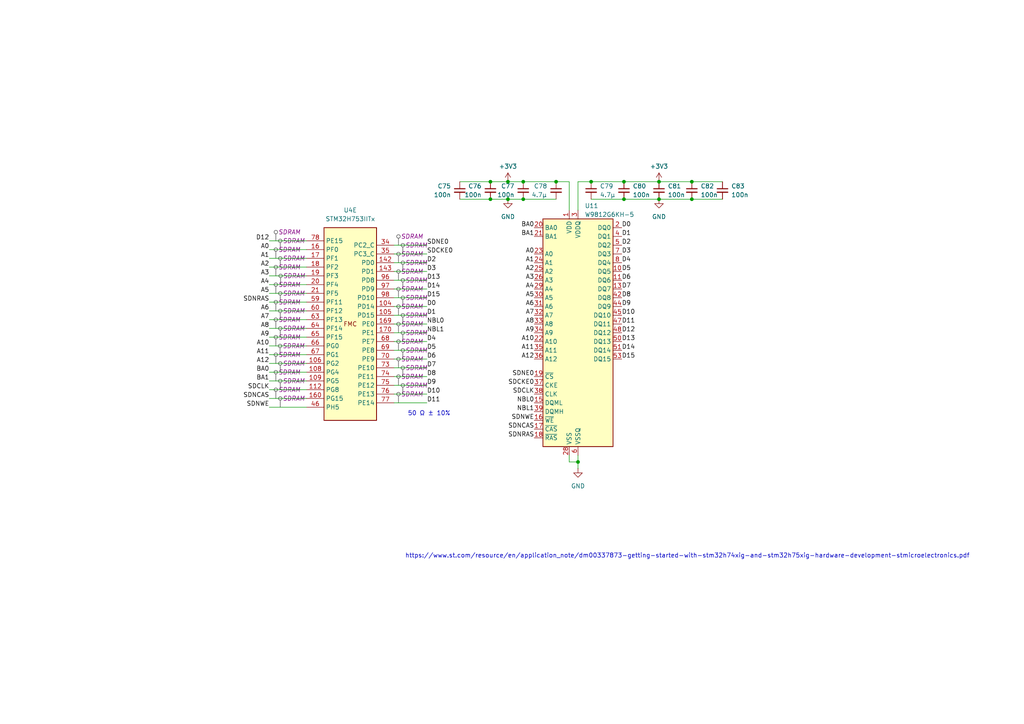
<source format=kicad_sch>
(kicad_sch
	(version 20250114)
	(generator "eeschema")
	(generator_version "9.0")
	(uuid "0913989b-2efd-446d-8300-e7223acbb6bb")
	(paper "A4")
	
	(text "https://www.st.com/resource/en/application_note/dm00337873-getting-started-with-stm32h74xig-and-stm32h75xig-hardware-development-stmicroelectronics.pdf"
		(exclude_from_sim no)
		(at 199.39 161.29 0)
		(effects
			(font
				(size 1.27 1.27)
			)
		)
		(uuid "121a3812-22bd-400b-881f-aded0ed11834")
	)
	(text "50 Ω ± 10%"
		(exclude_from_sim no)
		(at 124.46 120.015 0)
		(effects
			(font
				(size 1.27 1.27)
			)
		)
		(uuid "a7693343-63e5-4bda-bd9f-4b95d66232f6")
	)
	(junction
		(at 151.765 52.705)
		(diameter 0)
		(color 0 0 0 0)
		(uuid "0aa69484-f14c-4d2f-988a-b5e00e4dc40f")
	)
	(junction
		(at 147.32 57.785)
		(diameter 0)
		(color 0 0 0 0)
		(uuid "11befee0-d1a2-45b0-99a7-cc5adc83194e")
	)
	(junction
		(at 191.135 52.705)
		(diameter 0)
		(color 0 0 0 0)
		(uuid "27ce5823-6af6-4015-9a21-24aca58abe74")
	)
	(junction
		(at 142.24 52.705)
		(diameter 0)
		(color 0 0 0 0)
		(uuid "2fbc1244-9b2d-45f4-ba0a-565e5f98c75b")
	)
	(junction
		(at 200.66 52.705)
		(diameter 0)
		(color 0 0 0 0)
		(uuid "30663f78-54af-461f-b8b1-a2669210ff7a")
	)
	(junction
		(at 151.765 57.785)
		(diameter 0)
		(color 0 0 0 0)
		(uuid "33feda7a-3e87-47b0-90ec-e646e78bd1d7")
	)
	(junction
		(at 180.975 57.785)
		(diameter 0)
		(color 0 0 0 0)
		(uuid "45beedf7-5ac3-435a-9a12-82ac83e58923")
	)
	(junction
		(at 167.64 133.985)
		(diameter 0)
		(color 0 0 0 0)
		(uuid "53f3f723-1624-422f-acba-bdd0493a4f41")
	)
	(junction
		(at 180.975 52.705)
		(diameter 0)
		(color 0 0 0 0)
		(uuid "5a0faf0c-ac9c-48e8-853e-40b9e39c20d6")
	)
	(junction
		(at 142.24 57.785)
		(diameter 0)
		(color 0 0 0 0)
		(uuid "8abc452b-4745-4af1-b367-b574916fa45b")
	)
	(junction
		(at 171.45 52.705)
		(diameter 0)
		(color 0 0 0 0)
		(uuid "94e152f6-54a2-4cb6-9522-7b6fb9801810")
	)
	(junction
		(at 191.135 57.785)
		(diameter 0)
		(color 0 0 0 0)
		(uuid "9d492881-f5a7-4070-9bb2-05d9f7015db0")
	)
	(junction
		(at 147.32 52.705)
		(diameter 0)
		(color 0 0 0 0)
		(uuid "bf5e8da2-57ea-4b44-9bcd-e18758a39bc6")
	)
	(junction
		(at 200.66 57.785)
		(diameter 0)
		(color 0 0 0 0)
		(uuid "d09b2dfc-f9c8-45c8-8c8a-d981948d8c11")
	)
	(junction
		(at 161.29 52.705)
		(diameter 0)
		(color 0 0 0 0)
		(uuid "dd8f503a-20e8-4ae4-824b-6177ce44cb3e")
	)
	(wire
		(pts
			(xy 167.64 133.985) (xy 167.64 135.89)
		)
		(stroke
			(width 0)
			(type default)
		)
		(uuid "058f8f2c-a46b-4cc8-a15c-2f38b1d318be")
	)
	(wire
		(pts
			(xy 114.3 73.66) (xy 123.825 73.66)
		)
		(stroke
			(width 0)
			(type default)
		)
		(uuid "0675a0a7-55b2-465c-88e4-c2b52ca4a95f")
	)
	(wire
		(pts
			(xy 133.35 57.785) (xy 142.24 57.785)
		)
		(stroke
			(width 0)
			(type default)
		)
		(uuid "080ed248-06e3-43d6-930d-0132f7cdabba")
	)
	(wire
		(pts
			(xy 147.32 57.785) (xy 151.765 57.785)
		)
		(stroke
			(width 0)
			(type default)
		)
		(uuid "09dd5183-0929-4185-80b9-72958272d40a")
	)
	(wire
		(pts
			(xy 142.24 52.705) (xy 147.32 52.705)
		)
		(stroke
			(width 0)
			(type default)
		)
		(uuid "117b0530-3ccb-4aec-9cf8-172d858796e2")
	)
	(wire
		(pts
			(xy 165.1 52.705) (xy 165.1 60.96)
		)
		(stroke
			(width 0)
			(type default)
		)
		(uuid "155178a5-7148-42a1-95bc-8628b37deadf")
	)
	(wire
		(pts
			(xy 78.105 110.49) (xy 88.9 110.49)
		)
		(stroke
			(width 0)
			(type default)
		)
		(uuid "15f766ee-30b1-47f2-9bd2-347dbd2924fc")
	)
	(wire
		(pts
			(xy 191.135 57.785) (xy 200.66 57.785)
		)
		(stroke
			(width 0)
			(type default)
		)
		(uuid "164fadb8-13c8-40b8-bf6c-ad33a31cf37a")
	)
	(wire
		(pts
			(xy 114.3 86.36) (xy 123.825 86.36)
		)
		(stroke
			(width 0)
			(type default)
		)
		(uuid "17d55c96-be82-4b9a-95ee-05f8fd474e5b")
	)
	(wire
		(pts
			(xy 167.64 132.08) (xy 167.64 133.985)
		)
		(stroke
			(width 0)
			(type default)
		)
		(uuid "1a8c918f-93ef-4057-9cb6-0ffb43e46534")
	)
	(wire
		(pts
			(xy 78.105 87.63) (xy 88.9 87.63)
		)
		(stroke
			(width 0)
			(type default)
		)
		(uuid "1a91cd41-6e70-4e8f-ae24-aa343aa81b9b")
	)
	(wire
		(pts
			(xy 78.105 92.71) (xy 88.9 92.71)
		)
		(stroke
			(width 0)
			(type default)
		)
		(uuid "1c5c3835-53db-4f46-afe8-996f87f783a3")
	)
	(wire
		(pts
			(xy 161.29 52.705) (xy 165.1 52.705)
		)
		(stroke
			(width 0)
			(type default)
		)
		(uuid "252ff9d6-d9b2-4bfc-a0ee-c0fe5c04ead4")
	)
	(wire
		(pts
			(xy 167.64 60.96) (xy 167.64 52.705)
		)
		(stroke
			(width 0)
			(type default)
		)
		(uuid "2c06a41b-3aac-4d5b-8e5d-94bc3a45c84c")
	)
	(wire
		(pts
			(xy 114.3 106.68) (xy 123.825 106.68)
		)
		(stroke
			(width 0)
			(type default)
		)
		(uuid "2fc244d4-56fc-4471-a6ff-94df4745e812")
	)
	(wire
		(pts
			(xy 114.3 78.74) (xy 123.825 78.74)
		)
		(stroke
			(width 0)
			(type default)
		)
		(uuid "30af72c5-5e02-4ed4-8129-579909937a6a")
	)
	(wire
		(pts
			(xy 78.105 69.85) (xy 88.9 69.85)
		)
		(stroke
			(width 0)
			(type default)
		)
		(uuid "3377f3f7-e58a-4842-a859-6419e876efe9")
	)
	(wire
		(pts
			(xy 180.975 52.705) (xy 191.135 52.705)
		)
		(stroke
			(width 0)
			(type default)
		)
		(uuid "338db336-0ea9-41a9-8017-94538d92c6ef")
	)
	(wire
		(pts
			(xy 114.3 104.14) (xy 123.825 104.14)
		)
		(stroke
			(width 0)
			(type default)
		)
		(uuid "3629cbaf-f246-4602-8480-9734182d2170")
	)
	(wire
		(pts
			(xy 114.3 76.2) (xy 123.825 76.2)
		)
		(stroke
			(width 0)
			(type default)
		)
		(uuid "3738b011-c129-4bac-9838-701252f3ee6a")
	)
	(wire
		(pts
			(xy 142.24 57.785) (xy 147.32 57.785)
		)
		(stroke
			(width 0)
			(type default)
		)
		(uuid "3af0ab08-23e1-4963-9a46-5ad0569a79c6")
	)
	(wire
		(pts
			(xy 78.105 105.41) (xy 88.9 105.41)
		)
		(stroke
			(width 0)
			(type default)
		)
		(uuid "3b9164a2-ba57-4cab-a433-3ba24f8d9f98")
	)
	(wire
		(pts
			(xy 191.135 52.705) (xy 200.66 52.705)
		)
		(stroke
			(width 0)
			(type default)
		)
		(uuid "3d4ab797-391b-410c-ba12-85cc0a0ce1cc")
	)
	(wire
		(pts
			(xy 78.105 80.01) (xy 88.9 80.01)
		)
		(stroke
			(width 0)
			(type default)
		)
		(uuid "3e34e1af-0808-4aeb-9e96-815389881c8e")
	)
	(wire
		(pts
			(xy 200.66 52.705) (xy 209.55 52.705)
		)
		(stroke
			(width 0)
			(type default)
		)
		(uuid "478b0e7b-ed93-4884-813e-b5ba7b4e3fe4")
	)
	(wire
		(pts
			(xy 114.3 81.28) (xy 123.825 81.28)
		)
		(stroke
			(width 0)
			(type default)
		)
		(uuid "4bb367c3-ee7e-4ff0-9316-ad335976d792")
	)
	(wire
		(pts
			(xy 114.3 88.9) (xy 123.825 88.9)
		)
		(stroke
			(width 0)
			(type default)
		)
		(uuid "4cc12404-b601-4108-90ea-949b5c93c517")
	)
	(wire
		(pts
			(xy 133.35 52.705) (xy 142.24 52.705)
		)
		(stroke
			(width 0)
			(type default)
		)
		(uuid "5a549bcb-03da-4709-8ac1-4704b034e93d")
	)
	(wire
		(pts
			(xy 78.105 97.79) (xy 88.9 97.79)
		)
		(stroke
			(width 0)
			(type default)
		)
		(uuid "5d948629-a164-48fc-bc7e-8369979bed75")
	)
	(wire
		(pts
			(xy 114.3 83.82) (xy 123.825 83.82)
		)
		(stroke
			(width 0)
			(type default)
		)
		(uuid "6421b8f9-d0ff-4c8b-a97d-49ccb33fe523")
	)
	(wire
		(pts
			(xy 78.105 102.87) (xy 88.9 102.87)
		)
		(stroke
			(width 0)
			(type default)
		)
		(uuid "65cf59a5-f8ad-4ba2-9742-7e859c4b6a00")
	)
	(wire
		(pts
			(xy 171.45 52.705) (xy 180.975 52.705)
		)
		(stroke
			(width 0)
			(type default)
		)
		(uuid "69870482-4f80-4c80-88ab-bd840453ce69")
	)
	(wire
		(pts
			(xy 114.3 93.98) (xy 123.825 93.98)
		)
		(stroke
			(width 0)
			(type default)
		)
		(uuid "6a16892f-d692-4084-a0ec-9ea54832ce73")
	)
	(wire
		(pts
			(xy 165.1 132.08) (xy 165.1 133.985)
		)
		(stroke
			(width 0)
			(type default)
		)
		(uuid "70cb0efd-a0a5-4c93-ae47-2d36e3cc3174")
	)
	(wire
		(pts
			(xy 78.105 100.33) (xy 88.9 100.33)
		)
		(stroke
			(width 0)
			(type default)
		)
		(uuid "7102a4df-2ad8-475c-a6f0-e0c8d298bb62")
	)
	(wire
		(pts
			(xy 78.105 113.03) (xy 88.9 113.03)
		)
		(stroke
			(width 0)
			(type default)
		)
		(uuid "719d0f14-55a6-41b0-b77d-a65a70ef44ad")
	)
	(wire
		(pts
			(xy 167.64 52.705) (xy 171.45 52.705)
		)
		(stroke
			(width 0)
			(type default)
		)
		(uuid "72cdd14e-0c46-4139-8a1f-cd045dd05d8a")
	)
	(wire
		(pts
			(xy 78.105 77.47) (xy 88.9 77.47)
		)
		(stroke
			(width 0)
			(type default)
		)
		(uuid "735a2a9a-9e90-4930-a46c-c8a733a02b78")
	)
	(wire
		(pts
			(xy 165.1 133.985) (xy 167.64 133.985)
		)
		(stroke
			(width 0)
			(type default)
		)
		(uuid "736c49fa-6a8c-4466-baa0-959c59b38a6c")
	)
	(wire
		(pts
			(xy 114.3 116.84) (xy 123.825 116.84)
		)
		(stroke
			(width 0)
			(type default)
		)
		(uuid "748eb911-6534-4685-83b6-d40b388a7243")
	)
	(wire
		(pts
			(xy 78.105 90.17) (xy 88.9 90.17)
		)
		(stroke
			(width 0)
			(type default)
		)
		(uuid "7c13b3a8-1c59-409f-bddd-4b12f43aaf5e")
	)
	(wire
		(pts
			(xy 151.765 57.785) (xy 161.29 57.785)
		)
		(stroke
			(width 0)
			(type default)
		)
		(uuid "7f7ff86a-6e63-4a81-9dc5-4018f9bdd9e2")
	)
	(wire
		(pts
			(xy 114.3 101.6) (xy 123.825 101.6)
		)
		(stroke
			(width 0)
			(type default)
		)
		(uuid "84d1743c-d17f-4328-8dc5-c263e10c222d")
	)
	(wire
		(pts
			(xy 114.3 71.12) (xy 123.825 71.12)
		)
		(stroke
			(width 0)
			(type default)
		)
		(uuid "89a9067f-7786-493a-849d-db284a9ec3d1")
	)
	(wire
		(pts
			(xy 114.3 96.52) (xy 123.825 96.52)
		)
		(stroke
			(width 0)
			(type default)
		)
		(uuid "9bb6af4c-caeb-4eab-a910-e3f182165582")
	)
	(wire
		(pts
			(xy 78.105 74.93) (xy 88.9 74.93)
		)
		(stroke
			(width 0)
			(type default)
		)
		(uuid "a31097b4-5873-41c0-9e4e-d814efffd65a")
	)
	(wire
		(pts
			(xy 151.765 52.705) (xy 161.29 52.705)
		)
		(stroke
			(width 0)
			(type default)
		)
		(uuid "a7824cb8-bf75-4f13-a8b9-fa392e816904")
	)
	(wire
		(pts
			(xy 114.3 114.3) (xy 123.825 114.3)
		)
		(stroke
			(width 0)
			(type default)
		)
		(uuid "aa5f3893-1e06-433d-9cf5-b78c8ccaa624")
	)
	(wire
		(pts
			(xy 171.45 57.785) (xy 180.975 57.785)
		)
		(stroke
			(width 0)
			(type default)
		)
		(uuid "ac0d8c0a-3aeb-4891-aefd-31f25bdb4daf")
	)
	(wire
		(pts
			(xy 78.105 85.09) (xy 88.9 85.09)
		)
		(stroke
			(width 0)
			(type default)
		)
		(uuid "ac5fce5b-8c50-42c3-be42-26f32d36da99")
	)
	(wire
		(pts
			(xy 114.3 99.06) (xy 123.825 99.06)
		)
		(stroke
			(width 0)
			(type default)
		)
		(uuid "b1561d85-ab3d-46bd-812b-7493752a176f")
	)
	(wire
		(pts
			(xy 78.105 118.11) (xy 88.9 118.11)
		)
		(stroke
			(width 0)
			(type default)
		)
		(uuid "b1c39eb4-56ac-49db-a8c6-40e383918df3")
	)
	(wire
		(pts
			(xy 147.32 52.705) (xy 151.765 52.705)
		)
		(stroke
			(width 0)
			(type default)
		)
		(uuid "baab7302-9487-4bf9-a2eb-1b59e0c90902")
	)
	(wire
		(pts
			(xy 78.105 82.55) (xy 88.9 82.55)
		)
		(stroke
			(width 0)
			(type default)
		)
		(uuid "bd3ca4cc-502b-42ed-b2de-835287a5b7a3")
	)
	(wire
		(pts
			(xy 114.3 91.44) (xy 123.825 91.44)
		)
		(stroke
			(width 0)
			(type default)
		)
		(uuid "cf22a814-13a2-41f2-ba84-64f5d9cc5746")
	)
	(wire
		(pts
			(xy 78.105 95.25) (xy 88.9 95.25)
		)
		(stroke
			(width 0)
			(type default)
		)
		(uuid "d791f195-0634-4a16-9735-2f51fae5a5b7")
	)
	(wire
		(pts
			(xy 180.975 57.785) (xy 191.135 57.785)
		)
		(stroke
			(width 0)
			(type default)
		)
		(uuid "d89233d2-649d-47a3-821c-32a9b31f9df3")
	)
	(wire
		(pts
			(xy 78.105 107.95) (xy 88.9 107.95)
		)
		(stroke
			(width 0)
			(type default)
		)
		(uuid "d8ec4f49-8782-4c54-a6f4-b8cb606fca5b")
	)
	(wire
		(pts
			(xy 114.3 109.22) (xy 123.825 109.22)
		)
		(stroke
			(width 0)
			(type default)
		)
		(uuid "dfc6dd18-d906-47dc-9065-3e55e0cbc91e")
	)
	(wire
		(pts
			(xy 78.105 72.39) (xy 88.9 72.39)
		)
		(stroke
			(width 0)
			(type default)
		)
		(uuid "e0856081-ab6c-471f-8ffa-cbaa63921a51")
	)
	(wire
		(pts
			(xy 78.105 115.57) (xy 88.9 115.57)
		)
		(stroke
			(width 0)
			(type default)
		)
		(uuid "e4535f87-8ad8-4e5e-8e34-f13b3fa4e802")
	)
	(wire
		(pts
			(xy 114.3 111.76) (xy 123.825 111.76)
		)
		(stroke
			(width 0)
			(type default)
		)
		(uuid "ef2f323c-175d-40da-9f9c-1a6a4c31ae89")
	)
	(wire
		(pts
			(xy 200.66 57.785) (xy 209.55 57.785)
		)
		(stroke
			(width 0)
			(type default)
		)
		(uuid "f0012eb3-c4ad-4698-aaae-bb0803b9475f")
	)
	(label "D12"
		(at 78.105 69.85 180)
		(effects
			(font
				(size 1.27 1.27)
			)
			(justify right bottom)
		)
		(uuid "0148ff1c-802a-4b5c-87a0-2768f63d09a4")
	)
	(label "D1"
		(at 123.825 91.44 0)
		(effects
			(font
				(size 1.27 1.27)
			)
			(justify left bottom)
		)
		(uuid "06cb09c2-6508-4990-a806-0958b97fc858")
	)
	(label "A5"
		(at 78.105 85.09 180)
		(effects
			(font
				(size 1.27 1.27)
			)
			(justify right bottom)
		)
		(uuid "0941aa11-9296-42fc-8947-f29908db3124")
	)
	(label "A6"
		(at 78.105 90.17 180)
		(effects
			(font
				(size 1.27 1.27)
			)
			(justify right bottom)
		)
		(uuid "15f17cf4-7fbb-4d7c-9fa6-03037f7baa41")
	)
	(label "SDCKE0"
		(at 154.94 111.76 180)
		(effects
			(font
				(size 1.27 1.27)
			)
			(justify right bottom)
		)
		(uuid "1638c7d9-500f-4a1e-a00d-6a4951314378")
	)
	(label "D7"
		(at 180.34 83.82 0)
		(effects
			(font
				(size 1.27 1.27)
			)
			(justify left bottom)
		)
		(uuid "1a0e440a-1769-43ea-876a-ae9d74ee52f3")
	)
	(label "D9"
		(at 123.825 111.76 0)
		(effects
			(font
				(size 1.27 1.27)
			)
			(justify left bottom)
		)
		(uuid "21908c11-ad25-43b4-9392-e1c078a4705b")
	)
	(label "SDCLK"
		(at 78.105 113.03 180)
		(effects
			(font
				(size 1.27 1.27)
			)
			(justify right bottom)
		)
		(uuid "25cb6843-c5df-46da-86e8-968cba44fe2b")
	)
	(label "SDNCAS"
		(at 78.105 115.57 180)
		(effects
			(font
				(size 1.27 1.27)
			)
			(justify right bottom)
		)
		(uuid "2b71e796-0e65-4d3b-9204-19ff36a6f108")
	)
	(label "A2"
		(at 78.105 77.47 180)
		(effects
			(font
				(size 1.27 1.27)
			)
			(justify right bottom)
		)
		(uuid "2d32f54a-c8a4-4bfd-b32d-de4bbeabe75d")
	)
	(label "A3"
		(at 78.105 80.01 180)
		(effects
			(font
				(size 1.27 1.27)
			)
			(justify right bottom)
		)
		(uuid "3492a51d-2fec-4e46-93f1-bb5c390ce868")
	)
	(label "A0"
		(at 78.105 72.39 180)
		(effects
			(font
				(size 1.27 1.27)
			)
			(justify right bottom)
		)
		(uuid "36e4077e-9f4c-4407-b356-ab0c9f9f81ae")
	)
	(label "A11"
		(at 78.105 102.87 180)
		(effects
			(font
				(size 1.27 1.27)
			)
			(justify right bottom)
		)
		(uuid "38143824-fc0e-4486-bf53-aef063a6fe3e")
	)
	(label "D3"
		(at 123.825 78.74 0)
		(effects
			(font
				(size 1.27 1.27)
			)
			(justify left bottom)
		)
		(uuid "393e4245-b609-447d-b906-7f4d563915a0")
	)
	(label "NBL1"
		(at 123.825 96.52 0)
		(effects
			(font
				(size 1.27 1.27)
			)
			(justify left bottom)
		)
		(uuid "3a9fd6e6-e8e1-4cc9-8770-bb925eca4279")
	)
	(label "SDNE0"
		(at 123.825 71.12 0)
		(effects
			(font
				(size 1.27 1.27)
			)
			(justify left bottom)
		)
		(uuid "40eb25ea-6771-49dc-9498-f3ae1b9ca5ff")
	)
	(label "D6"
		(at 123.825 104.14 0)
		(effects
			(font
				(size 1.27 1.27)
			)
			(justify left bottom)
		)
		(uuid "41cecaa5-128e-4bce-ae82-e77692b24869")
	)
	(label "D8"
		(at 180.34 86.36 0)
		(effects
			(font
				(size 1.27 1.27)
			)
			(justify left bottom)
		)
		(uuid "4457e67b-5b98-4aa7-985a-6d40a322a70d")
	)
	(label "NBL1"
		(at 154.94 119.38 180)
		(effects
			(font
				(size 1.27 1.27)
			)
			(justify right bottom)
		)
		(uuid "45ac0c0a-4c6e-461d-8e74-df7b2e9e1cb7")
	)
	(label "A5"
		(at 154.94 86.36 180)
		(effects
			(font
				(size 1.27 1.27)
			)
			(justify right bottom)
		)
		(uuid "45c71e89-7619-4845-8168-c2f3fac00389")
	)
	(label "SDCKE0"
		(at 123.825 73.66 0)
		(effects
			(font
				(size 1.27 1.27)
			)
			(justify left bottom)
		)
		(uuid "4abb3ef1-a022-4fe2-8c00-960edf75cbea")
	)
	(label "D15"
		(at 123.825 86.36 0)
		(effects
			(font
				(size 1.27 1.27)
			)
			(justify left bottom)
		)
		(uuid "4b0902ac-0e43-497a-9ee7-6a4cd1bca6da")
	)
	(label "A10"
		(at 154.94 99.06 180)
		(effects
			(font
				(size 1.27 1.27)
			)
			(justify right bottom)
		)
		(uuid "4c29ca21-8cfc-4f91-b339-80229decd2af")
	)
	(label "SDNCAS"
		(at 154.94 124.46 180)
		(effects
			(font
				(size 1.27 1.27)
			)
			(justify right bottom)
		)
		(uuid "4dfc98cd-8e56-4725-ab1a-b5f5ffd03048")
	)
	(label "SDNWE"
		(at 78.105 118.11 180)
		(effects
			(font
				(size 1.27 1.27)
			)
			(justify right bottom)
		)
		(uuid "4eda3f7f-5409-4a2a-9ba6-00d5c532b3b8")
	)
	(label "D12"
		(at 180.34 96.52 0)
		(effects
			(font
				(size 1.27 1.27)
			)
			(justify left bottom)
		)
		(uuid "4ee20a3c-d4e6-4f6a-bd2e-505232c319a9")
	)
	(label "A8"
		(at 78.105 95.25 180)
		(effects
			(font
				(size 1.27 1.27)
			)
			(justify right bottom)
		)
		(uuid "513ac848-c506-4937-9c58-9ce752ab7cba")
	)
	(label "A12"
		(at 78.105 105.41 180)
		(effects
			(font
				(size 1.27 1.27)
			)
			(justify right bottom)
		)
		(uuid "56926d10-ce90-41f7-b3f8-b1c8953f8773")
	)
	(label "D5"
		(at 123.825 101.6 0)
		(effects
			(font
				(size 1.27 1.27)
			)
			(justify left bottom)
		)
		(uuid "59049c41-a3fa-4111-b29e-77125bddbf2c")
	)
	(label "A10"
		(at 78.105 100.33 180)
		(effects
			(font
				(size 1.27 1.27)
			)
			(justify right bottom)
		)
		(uuid "59aa6d58-8a73-4be6-ac42-c56869f8bfe5")
	)
	(label "A12"
		(at 154.94 104.14 180)
		(effects
			(font
				(size 1.27 1.27)
			)
			(justify right bottom)
		)
		(uuid "59eadc59-5da9-492d-b4cb-74a124f5bd39")
	)
	(label "BA0"
		(at 154.94 66.04 180)
		(effects
			(font
				(size 1.27 1.27)
			)
			(justify right bottom)
		)
		(uuid "5a1c4677-e92e-496f-938d-5b0499925bb3")
	)
	(label "A7"
		(at 154.94 91.44 180)
		(effects
			(font
				(size 1.27 1.27)
			)
			(justify right bottom)
		)
		(uuid "5ae47d2a-3b28-406e-8fcd-452e509cd35f")
	)
	(label "D2"
		(at 180.34 71.12 0)
		(effects
			(font
				(size 1.27 1.27)
			)
			(justify left bottom)
		)
		(uuid "5cb57f0f-6268-403e-a348-c473c2478daf")
	)
	(label "NBL0"
		(at 154.94 116.84 180)
		(effects
			(font
				(size 1.27 1.27)
			)
			(justify right bottom)
		)
		(uuid "6009ff1d-3f06-4de7-b006-789847dfeded")
	)
	(label "D4"
		(at 180.34 76.2 0)
		(effects
			(font
				(size 1.27 1.27)
			)
			(justify left bottom)
		)
		(uuid "6317de6c-01b3-4050-81c9-b8070aa25c2b")
	)
	(label "D14"
		(at 123.825 83.82 0)
		(effects
			(font
				(size 1.27 1.27)
			)
			(justify left bottom)
		)
		(uuid "6573dae9-d4cf-4279-8abf-3d100fbd8fb2")
	)
	(label "A6"
		(at 154.94 88.9 180)
		(effects
			(font
				(size 1.27 1.27)
			)
			(justify right bottom)
		)
		(uuid "6826ccf0-21c6-4d35-992d-ce08198a5334")
	)
	(label "D6"
		(at 180.34 81.28 0)
		(effects
			(font
				(size 1.27 1.27)
			)
			(justify left bottom)
		)
		(uuid "6aa5b2c4-13aa-4ffd-b89c-5b22a0f5d27c")
	)
	(label "BA0"
		(at 78.105 107.95 180)
		(effects
			(font
				(size 1.27 1.27)
			)
			(justify right bottom)
		)
		(uuid "6b9f2fe1-f355-4237-bb7e-7598aadc0560")
	)
	(label "A9"
		(at 78.105 97.79 180)
		(effects
			(font
				(size 1.27 1.27)
			)
			(justify right bottom)
		)
		(uuid "6dfc2139-ee9c-4ead-8018-b2ba0b84f9dc")
	)
	(label "D9"
		(at 180.34 88.9 0)
		(effects
			(font
				(size 1.27 1.27)
			)
			(justify left bottom)
		)
		(uuid "6f00e29a-e82c-4540-a4fe-04abaeee488f")
	)
	(label "A11"
		(at 154.94 101.6 180)
		(effects
			(font
				(size 1.27 1.27)
			)
			(justify right bottom)
		)
		(uuid "70153028-d456-4278-8e63-1e02e11aeadb")
	)
	(label "D0"
		(at 123.825 88.9 0)
		(effects
			(font
				(size 1.27 1.27)
			)
			(justify left bottom)
		)
		(uuid "72919f97-fb5d-466c-a04b-10d6e10d69c6")
	)
	(label "D15"
		(at 180.34 104.14 0)
		(effects
			(font
				(size 1.27 1.27)
			)
			(justify left bottom)
		)
		(uuid "74c938b9-4a89-404d-b445-53ee8920cac6")
	)
	(label "D0"
		(at 180.34 66.04 0)
		(effects
			(font
				(size 1.27 1.27)
			)
			(justify left bottom)
		)
		(uuid "76dde709-3a15-4237-8542-7209bc12ecd6")
	)
	(label "D2"
		(at 123.825 76.2 0)
		(effects
			(font
				(size 1.27 1.27)
			)
			(justify left bottom)
		)
		(uuid "78de6bf3-0fd9-4dca-aa4c-1c7fabad124d")
	)
	(label "SDCLK"
		(at 154.94 114.3 180)
		(effects
			(font
				(size 1.27 1.27)
			)
			(justify right bottom)
		)
		(uuid "82000398-a4c2-45ad-ac53-caaef3c3e3e2")
	)
	(label "A3"
		(at 154.94 81.28 180)
		(effects
			(font
				(size 1.27 1.27)
			)
			(justify right bottom)
		)
		(uuid "88d0b4b1-6fc4-4291-b24e-507556bad874")
	)
	(label "D11"
		(at 123.825 116.84 0)
		(effects
			(font
				(size 1.27 1.27)
			)
			(justify left bottom)
		)
		(uuid "8a55056b-ea04-4d1f-a4ab-bbe27720b48f")
	)
	(label "D14"
		(at 180.34 101.6 0)
		(effects
			(font
				(size 1.27 1.27)
			)
			(justify left bottom)
		)
		(uuid "8b46704e-5f67-49e0-9c95-3d78cf3e4d5b")
	)
	(label "D13"
		(at 123.825 81.28 0)
		(effects
			(font
				(size 1.27 1.27)
			)
			(justify left bottom)
		)
		(uuid "8c014b5b-cc1d-46a9-9ab5-3f55257ed521")
	)
	(label "A4"
		(at 78.105 82.55 180)
		(effects
			(font
				(size 1.27 1.27)
			)
			(justify right bottom)
		)
		(uuid "8d7ca9ec-e657-42bb-aedd-c88a8fcb1e0d")
	)
	(label "D5"
		(at 180.34 78.74 0)
		(effects
			(font
				(size 1.27 1.27)
			)
			(justify left bottom)
		)
		(uuid "8d7d1b96-7414-4fc0-8313-14d7648d68e8")
	)
	(label "SDNRAS"
		(at 78.105 87.63 180)
		(effects
			(font
				(size 1.27 1.27)
			)
			(justify right bottom)
		)
		(uuid "8dac3b17-c085-4dc4-879e-1d935c637f96")
	)
	(label "A2"
		(at 154.94 78.74 180)
		(effects
			(font
				(size 1.27 1.27)
			)
			(justify right bottom)
		)
		(uuid "998567a5-8f1c-4683-ade1-b250df05f6ad")
	)
	(label "D7"
		(at 123.825 106.68 0)
		(effects
			(font
				(size 1.27 1.27)
			)
			(justify left bottom)
		)
		(uuid "a1c4a694-bdcd-4d3c-9318-e9ee53e960d9")
	)
	(label "D11"
		(at 180.34 93.98 0)
		(effects
			(font
				(size 1.27 1.27)
			)
			(justify left bottom)
		)
		(uuid "a2deb507-7bf3-432e-8e2d-5f74bb6ef920")
	)
	(label "D13"
		(at 180.34 99.06 0)
		(effects
			(font
				(size 1.27 1.27)
			)
			(justify left bottom)
		)
		(uuid "a668203f-c64d-4a1c-b18e-81c9809f7f8c")
	)
	(label "D3"
		(at 180.34 73.66 0)
		(effects
			(font
				(size 1.27 1.27)
			)
			(justify left bottom)
		)
		(uuid "ab2bee55-6239-47aa-ab4b-ea42ccb99270")
	)
	(label "A1"
		(at 78.105 74.93 180)
		(effects
			(font
				(size 1.27 1.27)
			)
			(justify right bottom)
		)
		(uuid "aff7619a-0e73-4feb-a896-5b5914297aaf")
	)
	(label "D10"
		(at 123.825 114.3 0)
		(effects
			(font
				(size 1.27 1.27)
			)
			(justify left bottom)
		)
		(uuid "b45b765a-41e6-41d5-b967-4411db39a889")
	)
	(label "BA1"
		(at 154.94 68.58 180)
		(effects
			(font
				(size 1.27 1.27)
			)
			(justify right bottom)
		)
		(uuid "b75904f6-234c-4a4f-880f-eab35a2f4eb2")
	)
	(label "D8"
		(at 123.825 109.22 0)
		(effects
			(font
				(size 1.27 1.27)
			)
			(justify left bottom)
		)
		(uuid "ba4848a3-5b64-4f27-a85f-d800cf574e22")
	)
	(label "A0"
		(at 154.94 73.66 180)
		(effects
			(font
				(size 1.27 1.27)
			)
			(justify right bottom)
		)
		(uuid "c08a8765-9ef4-45ee-b56a-1b014d9864ec")
	)
	(label "A7"
		(at 78.105 92.71 180)
		(effects
			(font
				(size 1.27 1.27)
			)
			(justify right bottom)
		)
		(uuid "c1ed32a1-65a9-47fc-85b4-59452bb2ab0e")
	)
	(label "A9"
		(at 154.94 96.52 180)
		(effects
			(font
				(size 1.27 1.27)
			)
			(justify right bottom)
		)
		(uuid "c5d75c82-5a43-48f6-a443-81f9e534a004")
	)
	(label "A8"
		(at 154.94 93.98 180)
		(effects
			(font
				(size 1.27 1.27)
			)
			(justify right bottom)
		)
		(uuid "cd4c8f2b-3477-4834-aa89-43b1801ff30e")
	)
	(label "D1"
		(at 180.34 68.58 0)
		(effects
			(font
				(size 1.27 1.27)
			)
			(justify left bottom)
		)
		(uuid "ce380d0d-d666-470d-ae69-a6dfa300be2a")
	)
	(label "SDNWE"
		(at 154.94 121.92 180)
		(effects
			(font
				(size 1.27 1.27)
			)
			(justify right bottom)
		)
		(uuid "d1b1a6db-78b5-4c15-88a5-e400a8c2725b")
	)
	(label "D4"
		(at 123.825 99.06 0)
		(effects
			(font
				(size 1.27 1.27)
			)
			(justify left bottom)
		)
		(uuid "d781b2f0-7cb6-4c5e-8169-8e8139773722")
	)
	(label "A1"
		(at 154.94 76.2 180)
		(effects
			(font
				(size 1.27 1.27)
			)
			(justify right bottom)
		)
		(uuid "e33db6a4-57e4-474f-9d2d-4cf59e01794b")
	)
	(label "SDNE0"
		(at 154.94 109.22 180)
		(effects
			(font
				(size 1.27 1.27)
			)
			(justify right bottom)
		)
		(uuid "e8ddd02c-521f-4db1-ac16-a6b566f0f2de")
	)
	(label "SDNRAS"
		(at 154.94 127 180)
		(effects
			(font
				(size 1.27 1.27)
			)
			(justify right bottom)
		)
		(uuid "ef0fc81c-1a52-43ab-b931-f4d275bbd13f")
	)
	(label "D10"
		(at 180.34 91.44 0)
		(effects
			(font
				(size 1.27 1.27)
			)
			(justify left bottom)
		)
		(uuid "f43d4dd0-e2a4-433b-b4de-937e7189b3d5")
	)
	(label "NBL0"
		(at 123.825 93.98 0)
		(effects
			(font
				(size 1.27 1.27)
			)
			(justify left bottom)
		)
		(uuid "fa0ad51c-b4e4-4bc5-825f-38de14ca8e6d")
	)
	(label "BA1"
		(at 78.105 110.49 180)
		(effects
			(font
				(size 1.27 1.27)
			)
			(justify right bottom)
		)
		(uuid "fa96986b-9eac-4c54-bee5-5f71896fbb61")
	)
	(label "A4"
		(at 154.94 83.82 180)
		(effects
			(font
				(size 1.27 1.27)
			)
			(justify right bottom)
		)
		(uuid "fc5695f4-b76f-459e-a4ba-c35a07dc77d2")
	)
	(netclass_flag ""
		(length 2.54)
		(shape round)
		(at 80.01 74.93 0)
		(fields_autoplaced yes)
		(effects
			(font
				(size 1.27 1.27)
			)
			(justify left bottom)
		)
		(uuid "034c554b-a48f-4353-8d3d-b19d60a9ad57")
		(property "Netclass" "SDRAM"
			(at 80.7085 72.39 0)
			(effects
				(font
					(size 1.27 1.27)
					(italic yes)
				)
				(justify left)
			)
		)
	)
	(netclass_flag ""
		(length 2.54)
		(shape round)
		(at 80.01 85.09 0)
		(fields_autoplaced yes)
		(effects
			(font
				(size 1.27 1.27)
			)
			(justify left bottom)
		)
		(uuid "0b86b4b1-0c41-48b9-91e6-b20ffeb6bfda")
		(property "Netclass" "SDRAM"
			(at 80.7085 82.55 0)
			(effects
				(font
					(size 1.27 1.27)
					(italic yes)
				)
				(justify left)
			)
		)
	)
	(netclass_flag ""
		(length 2.54)
		(shape round)
		(at 80.01 105.41 0)
		(fields_autoplaced yes)
		(effects
			(font
				(size 1.27 1.27)
			)
			(justify left bottom)
		)
		(uuid "10853d2a-4e1f-487f-b19b-0137ecb3f41c")
		(property "Netclass" "SDRAM"
			(at 80.7085 102.87 0)
			(effects
				(font
					(size 1.27 1.27)
					(italic yes)
				)
				(justify left)
			)
		)
	)
	(netclass_flag ""
		(length 2.54)
		(shape round)
		(at 81.28 72.39 0)
		(fields_autoplaced yes)
		(effects
			(font
				(size 1.27 1.27)
			)
			(justify left bottom)
		)
		(uuid "12f4b366-f0e1-40bb-b26a-34c96637bc77")
		(property "Netclass" "SDRAM"
			(at 81.9785 69.85 0)
			(effects
				(font
					(size 1.27 1.27)
					(italic yes)
				)
				(justify left)
			)
		)
	)
	(netclass_flag ""
		(length 2.54)
		(shape round)
		(at 81.2254 102.87 0)
		(fields_autoplaced yes)
		(effects
			(font
				(size 1.27 1.27)
			)
			(justify left bottom)
		)
		(uuid "1e30520e-e826-487b-b145-6b3104fcfead")
		(property "Netclass" "SDRAM"
			(at 81.9239 100.33 0)
			(effects
				(font
					(size 1.27 1.27)
					(italic yes)
				)
				(justify left)
			)
		)
	)
	(netclass_flag ""
		(length 2.54)
		(shape round)
		(at 115.57 106.68 0)
		(fields_autoplaced yes)
		(effects
			(font
				(size 1.27 1.27)
			)
			(justify left bottom)
		)
		(uuid "1ff7d4c3-58ae-4952-945d-024dff9e0340")
		(property "Netclass" "SDRAM"
			(at 116.2685 104.14 0)
			(effects
				(font
					(size 1.27 1.27)
					(italic yes)
				)
				(justify left)
			)
		)
	)
	(netclass_flag ""
		(length 2.54)
		(shape round)
		(at 81.28 77.47 0)
		(fields_autoplaced yes)
		(effects
			(font
				(size 1.27 1.27)
			)
			(justify left bottom)
		)
		(uuid "236a4052-0f75-47cf-a30b-861816f90fa2")
		(property "Netclass" "SDRAM"
			(at 81.9785 74.93 0)
			(effects
				(font
					(size 1.27 1.27)
					(italic yes)
				)
				(justify left)
			)
		)
	)
	(netclass_flag ""
		(length 2.54)
		(shape round)
		(at 115.57 96.52 0)
		(fields_autoplaced yes)
		(effects
			(font
				(size 1.27 1.27)
			)
			(justify left bottom)
		)
		(uuid "2a5cb88a-e37f-42d8-ad01-5ffb4c973a75")
		(property "Netclass" "SDRAM"
			(at 116.2685 93.98 0)
			(effects
				(font
					(size 1.27 1.27)
					(italic yes)
				)
				(justify left)
			)
		)
	)
	(netclass_flag ""
		(length 2.54)
		(shape round)
		(at 116.84 73.66 0)
		(fields_autoplaced yes)
		(effects
			(font
				(size 1.27 1.27)
			)
			(justify left bottom)
		)
		(uuid "37bc677b-f413-4481-aca4-44ad6f28a418")
		(property "Netclass" "SDRAM"
			(at 117.5385 71.12 0)
			(effects
				(font
					(size 1.27 1.27)
					(italic yes)
				)
				(justify left)
			)
		)
	)
	(netclass_flag ""
		(length 2.54)
		(shape round)
		(at 81.28 113.03 0)
		(fields_autoplaced yes)
		(effects
			(font
				(size 1.27 1.27)
			)
			(justify left bottom)
		)
		(uuid "38438e82-5916-4369-9819-88cd8734d697")
		(property "Netclass" "SDRAM"
			(at 81.9785 110.49 0)
			(effects
				(font
					(size 1.27 1.27)
					(italic yes)
				)
				(justify left)
			)
		)
	)
	(netclass_flag ""
		(length 2.54)
		(shape round)
		(at 80.01 100.33 0)
		(fields_autoplaced yes)
		(effects
			(font
				(size 1.27 1.27)
			)
			(justify left bottom)
		)
		(uuid "4497be58-93f3-4c59-b0b9-ee5f45773846")
		(property "Netclass" "SDRAM"
			(at 80.7085 97.79 0)
			(effects
				(font
					(size 1.27 1.27)
					(italic yes)
				)
				(justify left)
			)
		)
	)
	(netclass_flag ""
		(length 2.54)
		(shape round)
		(at 115.57 111.76 0)
		(fields_autoplaced yes)
		(effects
			(font
				(size 1.27 1.27)
			)
			(justify left bottom)
		)
		(uuid "4fa4bab6-b5b7-432b-979e-55ed1d5fc9f3")
		(property "Netclass" "SDRAM"
			(at 116.2685 109.22 0)
			(effects
				(font
					(size 1.27 1.27)
					(italic yes)
				)
				(justify left)
			)
		)
	)
	(netclass_flag ""
		(length 2.54)
		(shape round)
		(at 115.57 71.12 0)
		(fields_autoplaced yes)
		(effects
			(font
				(size 1.27 1.27)
			)
			(justify left bottom)
		)
		(uuid "5323971b-dca1-44a8-b8f8-3a0cd7753891")
		(property "Netclass" "SDRAM"
			(at 116.2685 68.58 0)
			(effects
				(font
					(size 1.27 1.27)
					(italic yes)
				)
				(justify left)
			)
		)
	)
	(netclass_flag ""
		(length 2.54)
		(shape round)
		(at 116.84 109.22 0)
		(fields_autoplaced yes)
		(effects
			(font
				(size 1.27 1.27)
			)
			(justify left bottom)
		)
		(uuid "550dc270-b41d-4eb0-92d1-5f1adc95c354")
		(property "Netclass" "SDRAM"
			(at 117.5385 106.68 0)
			(effects
				(font
					(size 1.27 1.27)
					(italic yes)
				)
				(justify left)
			)
		)
	)
	(netclass_flag ""
		(length 2.54)
		(shape round)
		(at 116.84 88.9 0)
		(fields_autoplaced yes)
		(effects
			(font
				(size 1.27 1.27)
			)
			(justify left bottom)
		)
		(uuid "5c5cadce-0761-4b49-94df-66c347c56eff")
		(property "Netclass" "SDRAM"
			(at 117.5385 86.36 0)
			(effects
				(font
					(size 1.27 1.27)
					(italic yes)
				)
				(justify left)
			)
		)
	)
	(netclass_flag ""
		(length 2.54)
		(shape round)
		(at 115.57 91.44 0)
		(fields_autoplaced yes)
		(effects
			(font
				(size 1.27 1.27)
			)
			(justify left bottom)
		)
		(uuid "5ce63a76-a05d-4657-8976-1273e8f766dd")
		(property "Netclass" "SDRAM"
			(at 116.2685 88.9 0)
			(effects
				(font
					(size 1.27 1.27)
					(italic yes)
				)
				(justify left)
			)
		)
	)
	(netclass_flag ""
		(length 2.54)
		(shape round)
		(at 81.28 87.63 0)
		(fields_autoplaced yes)
		(effects
			(font
				(size 1.27 1.27)
			)
			(justify left bottom)
		)
		(uuid "66483bd0-8c4a-4cfe-82ad-10e2c53214a1")
		(property "Netclass" "SDRAM"
			(at 81.9785 85.09 0)
			(effects
				(font
					(size 1.27 1.27)
					(italic yes)
				)
				(justify left)
			)
		)
	)
	(netclass_flag ""
		(length 2.54)
		(shape round)
		(at 116.84 93.98 0)
		(fields_autoplaced yes)
		(effects
			(font
				(size 1.27 1.27)
			)
			(justify left bottom)
		)
		(uuid "6aa5458d-7db9-48c6-9834-3bd62578f1d6")
		(property "Netclass" "SDRAM"
			(at 117.5385 91.44 0)
			(effects
				(font
					(size 1.27 1.27)
					(italic yes)
				)
				(justify left)
			)
		)
	)
	(netclass_flag ""
		(length 2.54)
		(shape round)
		(at 116.84 114.3 0)
		(fields_autoplaced yes)
		(effects
			(font
				(size 1.27 1.27)
			)
			(justify left bottom)
		)
		(uuid "797d3a47-8dda-4ff3-8d6c-199e052eb191")
		(property "Netclass" "SDRAM"
			(at 117.5385 111.76 0)
			(effects
				(font
					(size 1.27 1.27)
					(italic yes)
				)
				(justify left)
			)
		)
	)
	(netclass_flag ""
		(length 2.54)
		(shape round)
		(at 115.57 81.28 0)
		(fields_autoplaced yes)
		(effects
			(font
				(size 1.27 1.27)
			)
			(justify left bottom)
		)
		(uuid "8536c341-7cf2-44f8-95a8-a4fa26d5e928")
		(property "Netclass" "SDRAM"
			(at 116.2685 78.74 0)
			(effects
				(font
					(size 1.27 1.27)
					(italic yes)
				)
				(justify left)
			)
		)
	)
	(netclass_flag ""
		(length 2.54)
		(shape round)
		(at 80.01 115.57 0)
		(fields_autoplaced yes)
		(effects
			(font
				(size 1.27 1.27)
			)
			(justify left bottom)
		)
		(uuid "9b960155-7f3b-4294-b2f8-d396fa80a6c6")
		(property "Netclass" "SDRAM"
			(at 80.7085 113.03 0)
			(effects
				(font
					(size 1.27 1.27)
					(italic yes)
				)
				(justify left)
			)
		)
	)
	(netclass_flag ""
		(length 2.54)
		(shape round)
		(at 116.84 83.82 0)
		(fields_autoplaced yes)
		(effects
			(font
				(size 1.27 1.27)
			)
			(justify left bottom)
		)
		(uuid "9ea858f4-154a-4950-a1ad-11a7baecd815")
		(property "Netclass" "SDRAM"
			(at 117.5385 81.28 0)
			(effects
				(font
					(size 1.27 1.27)
					(italic yes)
				)
				(justify left)
			)
		)
	)
	(netclass_flag ""
		(length 2.54)
		(shape round)
		(at 80.01 110.49 0)
		(fields_autoplaced yes)
		(effects
			(font
				(size 1.27 1.27)
			)
			(justify left bottom)
		)
		(uuid "a25bcab9-dfe0-4d90-98c7-7d2b7fdf36a7")
		(property "Netclass" "SDRAM"
			(at 80.7085 107.95 0)
			(effects
				(font
					(size 1.27 1.27)
					(italic yes)
				)
				(justify left)
			)
		)
	)
	(netclass_flag ""
		(length 2.54)
		(shape round)
		(at 80.01 95.25 0)
		(fields_autoplaced yes)
		(effects
			(font
				(size 1.27 1.27)
			)
			(justify left bottom)
		)
		(uuid "ac5d33f8-d0cb-47ee-bc0f-1fd419830c2c")
		(property "Netclass" "SDRAM"
			(at 80.7085 92.71 0)
			(effects
				(font
					(size 1.27 1.27)
					(italic yes)
				)
				(justify left)
			)
		)
	)
	(netclass_flag ""
		(length 2.54)
		(shape round)
		(at 80.01 90.17 0)
		(fields_autoplaced yes)
		(effects
			(font
				(size 1.27 1.27)
			)
			(justify left bottom)
		)
		(uuid "b02aedb8-3681-4405-b10f-195b2af3b17b")
		(property "Netclass" "SDRAM"
			(at 80.7085 87.63 0)
			(effects
				(font
					(size 1.27 1.27)
					(italic yes)
				)
				(justify left)
			)
		)
	)
	(netclass_flag ""
		(length 2.54)
		(shape round)
		(at 81.3812 82.55 0)
		(fields_autoplaced yes)
		(effects
			(font
				(size 1.27 1.27)
			)
			(justify left bottom)
		)
		(uuid "b3446e38-2e30-4839-a35b-d50cc1afddc8")
		(property "Netclass" "SDRAM"
			(at 82.0797 80.01 0)
			(effects
				(font
					(size 1.27 1.27)
					(italic yes)
				)
				(justify left)
			)
		)
	)
	(netclass_flag ""
		(length 2.54)
		(shape round)
		(at 81.28 118.11 0)
		(fields_autoplaced yes)
		(effects
			(font
				(size 1.27 1.27)
			)
			(justify left bottom)
		)
		(uuid "b7b789ac-006a-4295-bca0-c5471687deb9")
		(property "Netclass" "SDRAM"
			(at 81.9785 115.57 0)
			(effects
				(font
					(size 1.27 1.27)
					(italic yes)
				)
				(justify left)
			)
		)
	)
	(netclass_flag ""
		(length 2.54)
		(shape round)
		(at 115.57 86.36 0)
		(fields_autoplaced yes)
		(effects
			(font
				(size 1.27 1.27)
			)
			(justify left bottom)
		)
		(uuid "b902fba2-cec2-441e-bf59-1b6792fa5933")
		(property "Netclass" "SDRAM"
			(at 116.2685 83.82 0)
			(effects
				(font
					(size 1.27 1.27)
					(italic yes)
				)
				(justify left)
			)
		)
	)
	(netclass_flag ""
		(length 2.54)
		(shape round)
		(at 81.28 97.79 0)
		(fields_autoplaced yes)
		(effects
			(font
				(size 1.27 1.27)
			)
			(justify left bottom)
		)
		(uuid "c0e61053-c13f-47b9-bcdb-e4e38f68352c")
		(property "Netclass" "SDRAM"
			(at 81.9785 95.25 0)
			(effects
				(font
					(size 1.27 1.27)
					(italic yes)
				)
				(justify left)
			)
		)
	)
	(netclass_flag ""
		(length 2.54)
		(shape round)
		(at 116.84 104.14 0)
		(fields_autoplaced yes)
		(effects
			(font
				(size 1.27 1.27)
			)
			(justify left bottom)
		)
		(uuid "c5b5b491-01e1-4bdf-8ac8-9d627f00b0c1")
		(property "Netclass" "SDRAM"
			(at 117.5385 101.6 0)
			(effects
				(font
					(size 1.27 1.27)
					(italic yes)
				)
				(justify left)
			)
		)
	)
	(netclass_flag ""
		(length 2.54)
		(shape round)
		(at 116.84 78.74 0)
		(fields_autoplaced yes)
		(effects
			(font
				(size 1.27 1.27)
			)
			(justify left bottom)
		)
		(uuid "e2114737-3a66-426f-b8c0-3bed4acb76c0")
		(property "Netclass" "SDRAM"
			(at 117.5385 76.2 0)
			(effects
				(font
					(size 1.27 1.27)
					(italic yes)
				)
				(justify left)
			)
		)
	)
	(netclass_flag ""
		(length 2.54)
		(shape round)
		(at 115.57 76.2 0)
		(fields_autoplaced yes)
		(effects
			(font
				(size 1.27 1.27)
			)
			(justify left bottom)
		)
		(uuid "e2e7affe-6d91-4979-99ae-b9f824f3ab0d")
		(property "Netclass" "SDRAM"
			(at 116.2685 73.66 0)
			(effects
				(font
					(size 1.27 1.27)
					(italic yes)
				)
				(justify left)
			)
		)
	)
	(netclass_flag ""
		(length 2.54)
		(shape round)
		(at 115.57 101.6 0)
		(fields_autoplaced yes)
		(effects
			(font
				(size 1.27 1.27)
			)
			(justify left bottom)
		)
		(uuid "e86ec394-cf6c-45be-bb5f-6ae1cf218094")
		(property "Netclass" "SDRAM"
			(at 116.2685 99.06 0)
			(effects
				(font
					(size 1.27 1.27)
					(italic yes)
				)
				(justify left)
			)
		)
	)
	(netclass_flag ""
		(length 2.54)
		(shape round)
		(at 81.28 92.71 0)
		(fields_autoplaced yes)
		(effects
			(font
				(size 1.27 1.27)
			)
			(justify left bottom)
		)
		(uuid "e9760f64-affe-4672-ade8-8976e1baf551")
		(property "Netclass" "SDRAM"
			(at 81.9785 90.17 0)
			(effects
				(font
					(size 1.27 1.27)
					(italic yes)
				)
				(justify left)
			)
		)
	)
	(netclass_flag ""
		(length 2.54)
		(shape round)
		(at 80.01 80.01 0)
		(fields_autoplaced yes)
		(effects
			(font
				(size 1.27 1.27)
			)
			(justify left bottom)
		)
		(uuid "e98faa17-0899-4785-b525-1ae3fa720a51")
		(property "Netclass" "SDRAM"
			(at 80.7085 77.47 0)
			(effects
				(font
					(size 1.27 1.27)
					(italic yes)
				)
				(justify left)
			)
		)
	)
	(netclass_flag ""
		(length 2.54)
		(shape round)
		(at 115.57 116.84 0)
		(fields_autoplaced yes)
		(effects
			(font
				(size 1.27 1.27)
			)
			(justify left bottom)
		)
		(uuid "edf6f0fd-edc7-4bd6-9988-7b1b1aecdbde")
		(property "Netclass" "SDRAM"
			(at 116.2685 114.3 0)
			(effects
				(font
					(size 1.27 1.27)
					(italic yes)
				)
				(justify left)
			)
		)
	)
	(netclass_flag ""
		(length 2.54)
		(shape round)
		(at 116.84 99.06 0)
		(fields_autoplaced yes)
		(effects
			(font
				(size 1.27 1.27)
			)
			(justify left bottom)
		)
		(uuid "f4044613-6b75-429d-83bf-c44e3383f296")
		(property "Netclass" "SDRAM"
			(at 117.5385 96.52 0)
			(effects
				(font
					(size 1.27 1.27)
					(italic yes)
				)
				(justify left)
			)
		)
	)
	(netclass_flag ""
		(length 2.54)
		(shape round)
		(at 81.28 107.95 0)
		(fields_autoplaced yes)
		(effects
			(font
				(size 1.27 1.27)
			)
			(justify left bottom)
		)
		(uuid "fb4cda87-3360-44c2-971c-fd22fd855be7")
		(property "Netclass" "SDRAM"
			(at 81.9785 105.41 0)
			(effects
				(font
					(size 1.27 1.27)
					(italic yes)
				)
				(justify left)
			)
		)
	)
	(netclass_flag ""
		(length 2.54)
		(shape round)
		(at 80.01 69.85 0)
		(fields_autoplaced yes)
		(effects
			(font
				(size 1.27 1.27)
			)
			(justify left bottom)
		)
		(uuid "fd2a3502-72d4-48fe-8958-a7f038b00964")
		(property "Netclass" "SDRAM"
			(at 80.7085 67.31 0)
			(effects
				(font
					(size 1.27 1.27)
					(italic yes)
				)
				(justify left)
			)
		)
	)
	(symbol
		(lib_id "Device:C_Small")
		(at 142.24 55.245 0)
		(mirror y)
		(unit 1)
		(exclude_from_sim no)
		(in_bom yes)
		(on_board yes)
		(dnp no)
		(fields_autoplaced yes)
		(uuid "12cb94db-7e17-4072-9da0-9adc5b684d8b")
		(property "Reference" "C76"
			(at 139.7 53.9812 0)
			(effects
				(font
					(size 1.27 1.27)
				)
				(justify left)
			)
		)
		(property "Value" "100n"
			(at 139.7 56.5212 0)
			(effects
				(font
					(size 1.27 1.27)
				)
				(justify left)
			)
		)
		(property "Footprint" "Capacitor_SMD:C_0603_1608Metric"
			(at 142.24 55.245 0)
			(effects
				(font
					(size 1.27 1.27)
				)
				(hide yes)
			)
		)
		(property "Datasheet" "~"
			(at 142.24 55.245 0)
			(effects
				(font
					(size 1.27 1.27)
				)
				(hide yes)
			)
		)
		(property "Description" "Unpolarized capacitor, small symbol"
			(at 142.24 55.245 0)
			(effects
				(font
					(size 1.27 1.27)
				)
				(hide yes)
			)
		)
		(pin "2"
			(uuid "1aa3c939-69aa-4f3b-915f-3c9a25d1a58a")
		)
		(pin "1"
			(uuid "f0d6158e-aab1-4efb-b4ae-347b4abea1d4")
		)
		(instances
			(project "FT25-Charger"
				(path "/0dca9b66-f638-4727-874b-1b91b6921c17/128393d2-6dd9-44f0-979c-682ff9f03572"
					(reference "C76")
					(unit 1)
				)
			)
		)
	)
	(symbol
		(lib_id "Device:C_Small")
		(at 161.29 55.245 0)
		(mirror y)
		(unit 1)
		(exclude_from_sim no)
		(in_bom yes)
		(on_board yes)
		(dnp no)
		(fields_autoplaced yes)
		(uuid "1d136c14-aeef-4b0e-9ef3-dfb5f9ca9d1e")
		(property "Reference" "C78"
			(at 158.75 53.9812 0)
			(effects
				(font
					(size 1.27 1.27)
				)
				(justify left)
			)
		)
		(property "Value" "4.7µ"
			(at 158.75 56.5212 0)
			(effects
				(font
					(size 1.27 1.27)
				)
				(justify left)
			)
		)
		(property "Footprint" "Capacitor_SMD:C_0603_1608Metric"
			(at 161.29 55.245 0)
			(effects
				(font
					(size 1.27 1.27)
				)
				(hide yes)
			)
		)
		(property "Datasheet" "~"
			(at 161.29 55.245 0)
			(effects
				(font
					(size 1.27 1.27)
				)
				(hide yes)
			)
		)
		(property "Description" "Unpolarized capacitor, small symbol"
			(at 161.29 55.245 0)
			(effects
				(font
					(size 1.27 1.27)
				)
				(hide yes)
			)
		)
		(pin "2"
			(uuid "b4e2d932-8f12-471f-87c9-6ecae0ca869d")
		)
		(pin "1"
			(uuid "e3698fae-fd8a-4622-8526-fa16d9da3b77")
		)
		(instances
			(project "FT25-Charger"
				(path "/0dca9b66-f638-4727-874b-1b91b6921c17/128393d2-6dd9-44f0-979c-682ff9f03572"
					(reference "C78")
					(unit 1)
				)
			)
		)
	)
	(symbol
		(lib_id "Device:C_Small")
		(at 151.765 55.245 0)
		(mirror y)
		(unit 1)
		(exclude_from_sim no)
		(in_bom yes)
		(on_board yes)
		(dnp no)
		(fields_autoplaced yes)
		(uuid "2bde44b5-9696-4c9e-998d-8f424fb48d97")
		(property "Reference" "C77"
			(at 149.225 53.9812 0)
			(effects
				(font
					(size 1.27 1.27)
				)
				(justify left)
			)
		)
		(property "Value" "100n"
			(at 149.225 56.5212 0)
			(effects
				(font
					(size 1.27 1.27)
				)
				(justify left)
			)
		)
		(property "Footprint" "Capacitor_SMD:C_0603_1608Metric"
			(at 151.765 55.245 0)
			(effects
				(font
					(size 1.27 1.27)
				)
				(hide yes)
			)
		)
		(property "Datasheet" "~"
			(at 151.765 55.245 0)
			(effects
				(font
					(size 1.27 1.27)
				)
				(hide yes)
			)
		)
		(property "Description" "Unpolarized capacitor, small symbol"
			(at 151.765 55.245 0)
			(effects
				(font
					(size 1.27 1.27)
				)
				(hide yes)
			)
		)
		(pin "2"
			(uuid "41595ce6-70bb-48cf-88ca-a3236b463e3a")
		)
		(pin "1"
			(uuid "ef5d9597-9414-4834-8b28-3ea40fc7b465")
		)
		(instances
			(project "FT25-Charger"
				(path "/0dca9b66-f638-4727-874b-1b91b6921c17/128393d2-6dd9-44f0-979c-682ff9f03572"
					(reference "C77")
					(unit 1)
				)
			)
		)
	)
	(symbol
		(lib_id "Device:C_Small")
		(at 180.975 55.245 0)
		(unit 1)
		(exclude_from_sim no)
		(in_bom yes)
		(on_board yes)
		(dnp no)
		(fields_autoplaced yes)
		(uuid "60efbdb2-85cd-4eae-b02f-51bc4bd75e16")
		(property "Reference" "C80"
			(at 183.515 53.9812 0)
			(effects
				(font
					(size 1.27 1.27)
				)
				(justify left)
			)
		)
		(property "Value" "100n"
			(at 183.515 56.5212 0)
			(effects
				(font
					(size 1.27 1.27)
				)
				(justify left)
			)
		)
		(property "Footprint" "Capacitor_SMD:C_0603_1608Metric"
			(at 180.975 55.245 0)
			(effects
				(font
					(size 1.27 1.27)
				)
				(hide yes)
			)
		)
		(property "Datasheet" "~"
			(at 180.975 55.245 0)
			(effects
				(font
					(size 1.27 1.27)
				)
				(hide yes)
			)
		)
		(property "Description" "Unpolarized capacitor, small symbol"
			(at 180.975 55.245 0)
			(effects
				(font
					(size 1.27 1.27)
				)
				(hide yes)
			)
		)
		(pin "2"
			(uuid "5c659d09-c7c1-454a-82c8-ef8a06724f45")
		)
		(pin "1"
			(uuid "f4dfa414-b4f1-455b-8e2c-bf1f6c08ba8d")
		)
		(instances
			(project "FT25-Charger"
				(path "/0dca9b66-f638-4727-874b-1b91b6921c17/128393d2-6dd9-44f0-979c-682ff9f03572"
					(reference "C80")
					(unit 1)
				)
			)
		)
	)
	(symbol
		(lib_id "Device:C_Small")
		(at 133.35 55.245 0)
		(mirror y)
		(unit 1)
		(exclude_from_sim no)
		(in_bom yes)
		(on_board yes)
		(dnp no)
		(fields_autoplaced yes)
		(uuid "6a8f7f63-265a-47c9-a93a-d57a193bd898")
		(property "Reference" "C75"
			(at 130.81 53.9812 0)
			(effects
				(font
					(size 1.27 1.27)
				)
				(justify left)
			)
		)
		(property "Value" "100n"
			(at 130.81 56.5212 0)
			(effects
				(font
					(size 1.27 1.27)
				)
				(justify left)
			)
		)
		(property "Footprint" "Capacitor_SMD:C_0603_1608Metric"
			(at 133.35 55.245 0)
			(effects
				(font
					(size 1.27 1.27)
				)
				(hide yes)
			)
		)
		(property "Datasheet" "~"
			(at 133.35 55.245 0)
			(effects
				(font
					(size 1.27 1.27)
				)
				(hide yes)
			)
		)
		(property "Description" "Unpolarized capacitor, small symbol"
			(at 133.35 55.245 0)
			(effects
				(font
					(size 1.27 1.27)
				)
				(hide yes)
			)
		)
		(pin "2"
			(uuid "220bff11-0d8c-448a-8cb9-d8c1ea41c0ad")
		)
		(pin "1"
			(uuid "1b770d25-f5f8-4ac1-8b22-aecd900ea8b6")
		)
		(instances
			(project "FT25-Charger"
				(path "/0dca9b66-f638-4727-874b-1b91b6921c17/128393d2-6dd9-44f0-979c-682ff9f03572"
					(reference "C75")
					(unit 1)
				)
			)
		)
	)
	(symbol
		(lib_id "power:GND")
		(at 191.135 57.785 0)
		(unit 1)
		(exclude_from_sim no)
		(in_bom yes)
		(on_board yes)
		(dnp no)
		(fields_autoplaced yes)
		(uuid "804eb0e5-7ffe-4027-9fac-eb2f99f43da0")
		(property "Reference" "#PWR0127"
			(at 191.135 64.135 0)
			(effects
				(font
					(size 1.27 1.27)
				)
				(hide yes)
			)
		)
		(property "Value" "GND"
			(at 191.135 62.865 0)
			(effects
				(font
					(size 1.27 1.27)
				)
			)
		)
		(property "Footprint" ""
			(at 191.135 57.785 0)
			(effects
				(font
					(size 1.27 1.27)
				)
				(hide yes)
			)
		)
		(property "Datasheet" ""
			(at 191.135 57.785 0)
			(effects
				(font
					(size 1.27 1.27)
				)
				(hide yes)
			)
		)
		(property "Description" "Power symbol creates a global label with name \"GND\" , ground"
			(at 191.135 57.785 0)
			(effects
				(font
					(size 1.27 1.27)
				)
				(hide yes)
			)
		)
		(pin "1"
			(uuid "29b67bac-ad77-4acf-a9f0-120508ef43b5")
		)
		(instances
			(project "FT25-Charger"
				(path "/0dca9b66-f638-4727-874b-1b91b6921c17/128393d2-6dd9-44f0-979c-682ff9f03572"
					(reference "#PWR0127")
					(unit 1)
				)
			)
		)
	)
	(symbol
		(lib_id "Device:C_Small")
		(at 171.45 55.245 0)
		(unit 1)
		(exclude_from_sim no)
		(in_bom yes)
		(on_board yes)
		(dnp no)
		(fields_autoplaced yes)
		(uuid "93242b02-57d4-446e-ba5b-4c8ef3048cfd")
		(property "Reference" "C79"
			(at 173.99 53.9812 0)
			(effects
				(font
					(size 1.27 1.27)
				)
				(justify left)
			)
		)
		(property "Value" "4.7µ"
			(at 173.99 56.5212 0)
			(effects
				(font
					(size 1.27 1.27)
				)
				(justify left)
			)
		)
		(property "Footprint" "Capacitor_SMD:C_0603_1608Metric"
			(at 171.45 55.245 0)
			(effects
				(font
					(size 1.27 1.27)
				)
				(hide yes)
			)
		)
		(property "Datasheet" "~"
			(at 171.45 55.245 0)
			(effects
				(font
					(size 1.27 1.27)
				)
				(hide yes)
			)
		)
		(property "Description" "Unpolarized capacitor, small symbol"
			(at 171.45 55.245 0)
			(effects
				(font
					(size 1.27 1.27)
				)
				(hide yes)
			)
		)
		(pin "2"
			(uuid "64dc906b-122b-4f92-aeb0-818c508b1d1d")
		)
		(pin "1"
			(uuid "4c5b6805-073a-4eaa-b5c2-58b1d0578c97")
		)
		(instances
			(project "FT25-Charger"
				(path "/0dca9b66-f638-4727-874b-1b91b6921c17/128393d2-6dd9-44f0-979c-682ff9f03572"
					(reference "C79")
					(unit 1)
				)
			)
		)
	)
	(symbol
		(lib_id "power:+3V3")
		(at 147.32 52.705 0)
		(unit 1)
		(exclude_from_sim no)
		(in_bom yes)
		(on_board yes)
		(dnp no)
		(fields_autoplaced yes)
		(uuid "a4c275d8-3727-4692-b2d6-3a351bd67adc")
		(property "Reference" "#PWR0123"
			(at 147.32 56.515 0)
			(effects
				(font
					(size 1.27 1.27)
				)
				(hide yes)
			)
		)
		(property "Value" "+3V3"
			(at 147.32 48.26 0)
			(effects
				(font
					(size 1.27 1.27)
				)
			)
		)
		(property "Footprint" ""
			(at 147.32 52.705 0)
			(effects
				(font
					(size 1.27 1.27)
				)
				(hide yes)
			)
		)
		(property "Datasheet" ""
			(at 147.32 52.705 0)
			(effects
				(font
					(size 1.27 1.27)
				)
				(hide yes)
			)
		)
		(property "Description" "Power symbol creates a global label with name \"+3V3\""
			(at 147.32 52.705 0)
			(effects
				(font
					(size 1.27 1.27)
				)
				(hide yes)
			)
		)
		(pin "1"
			(uuid "a82a9f57-0462-4fa5-b874-60eaf90820f5")
		)
		(instances
			(project "FT25-Charger"
				(path "/0dca9b66-f638-4727-874b-1b91b6921c17/128393d2-6dd9-44f0-979c-682ff9f03572"
					(reference "#PWR0123")
					(unit 1)
				)
			)
		)
	)
	(symbol
		(lib_id "Device:C_Small")
		(at 200.66 55.245 0)
		(unit 1)
		(exclude_from_sim no)
		(in_bom yes)
		(on_board yes)
		(dnp no)
		(fields_autoplaced yes)
		(uuid "b10f28ce-63fd-48f7-ab67-ac0576f48320")
		(property "Reference" "C82"
			(at 203.2 53.9812 0)
			(effects
				(font
					(size 1.27 1.27)
				)
				(justify left)
			)
		)
		(property "Value" "100n"
			(at 203.2 56.5212 0)
			(effects
				(font
					(size 1.27 1.27)
				)
				(justify left)
			)
		)
		(property "Footprint" "Capacitor_SMD:C_0603_1608Metric"
			(at 200.66 55.245 0)
			(effects
				(font
					(size 1.27 1.27)
				)
				(hide yes)
			)
		)
		(property "Datasheet" "~"
			(at 200.66 55.245 0)
			(effects
				(font
					(size 1.27 1.27)
				)
				(hide yes)
			)
		)
		(property "Description" "Unpolarized capacitor, small symbol"
			(at 200.66 55.245 0)
			(effects
				(font
					(size 1.27 1.27)
				)
				(hide yes)
			)
		)
		(pin "2"
			(uuid "77d8da7d-8292-4669-95f1-c690cba6e68d")
		)
		(pin "1"
			(uuid "89d23447-795e-47a9-ac80-40d2de5c8dbf")
		)
		(instances
			(project "FT25-Charger"
				(path "/0dca9b66-f638-4727-874b-1b91b6921c17/128393d2-6dd9-44f0-979c-682ff9f03572"
					(reference "C82")
					(unit 1)
				)
			)
		)
	)
	(symbol
		(lib_id "power:GND")
		(at 167.64 135.89 0)
		(unit 1)
		(exclude_from_sim no)
		(in_bom yes)
		(on_board yes)
		(dnp no)
		(fields_autoplaced yes)
		(uuid "b4ca079c-d25e-4fbc-8a75-c3c6ccea312e")
		(property "Reference" "#PWR0125"
			(at 167.64 142.24 0)
			(effects
				(font
					(size 1.27 1.27)
				)
				(hide yes)
			)
		)
		(property "Value" "GND"
			(at 167.64 140.97 0)
			(effects
				(font
					(size 1.27 1.27)
				)
			)
		)
		(property "Footprint" ""
			(at 167.64 135.89 0)
			(effects
				(font
					(size 1.27 1.27)
				)
				(hide yes)
			)
		)
		(property "Datasheet" ""
			(at 167.64 135.89 0)
			(effects
				(font
					(size 1.27 1.27)
				)
				(hide yes)
			)
		)
		(property "Description" "Power symbol creates a global label with name \"GND\" , ground"
			(at 167.64 135.89 0)
			(effects
				(font
					(size 1.27 1.27)
				)
				(hide yes)
			)
		)
		(pin "1"
			(uuid "eed5e905-536f-4c89-be16-65e4ea092160")
		)
		(instances
			(project "FT25-Charger"
				(path "/0dca9b66-f638-4727-874b-1b91b6921c17/128393d2-6dd9-44f0-979c-682ff9f03572"
					(reference "#PWR0125")
					(unit 1)
				)
			)
		)
	)
	(symbol
		(lib_id "Memory_RAM:MT48LC16M16A2TG")
		(at 167.64 96.52 0)
		(unit 1)
		(exclude_from_sim no)
		(in_bom yes)
		(on_board yes)
		(dnp no)
		(fields_autoplaced yes)
		(uuid "baab9b86-084d-4fed-a3ed-057776f68a99")
		(property "Reference" "U11"
			(at 169.5959 59.69 0)
			(effects
				(font
					(size 1.27 1.27)
				)
				(justify left)
			)
		)
		(property "Value" "W9812G6KH-5"
			(at 169.5959 62.23 0)
			(effects
				(font
					(size 1.27 1.27)
				)
				(justify left)
			)
		)
		(property "Footprint" "Package_SO:TSOP-II-54_22.2x10.16mm_P0.8mm"
			(at 167.64 132.08 0)
			(effects
				(font
					(size 1.27 1.27)
					(italic yes)
				)
				(hide yes)
			)
		)
		(property "Datasheet" "https://www.winbond.com/hq/support/documentation/downloadV2022.jsp?__locale=en&xmlPath=/support/resources/.content/item/DA00-W9812G6KH.html&level=1"
			(at 167.64 102.87 0)
			(effects
				(font
					(size 1.27 1.27)
				)
				(hide yes)
			)
		)
		(property "Description" "128M – (8M x 16 bit) Synchronous DRAM (SDRAM), TSOP-II-54"
			(at 167.64 96.52 0)
			(effects
				(font
					(size 1.27 1.27)
				)
				(hide yes)
			)
		)
		(pin "1"
			(uuid "12dcc2cf-7e5f-4169-ae4a-1ae5a414ef65")
		)
		(pin "10"
			(uuid "6dc2d404-5a47-4811-9d0f-32a732c860cc")
		)
		(pin "11"
			(uuid "0fb35de4-6a27-4256-ac80-6d8e6bbf4568")
		)
		(pin "12"
			(uuid "e56a947d-311f-4133-9ea5-c4628805dfb3")
		)
		(pin "13"
			(uuid "c487eb48-3c9d-4303-8d34-af4cdc659493")
		)
		(pin "14"
			(uuid "bb5de823-c0d8-4bc8-9b36-350e31ad494d")
		)
		(pin "15"
			(uuid "029791bb-2a27-47ea-a5fd-66d5c7e0dc1f")
		)
		(pin "16"
			(uuid "b0e96446-551c-4805-907e-1e5bf3e22cd1")
		)
		(pin "17"
			(uuid "e518e0ad-2ab3-47a8-a553-6da81c8f3f09")
		)
		(pin "18"
			(uuid "7f5c2b88-e4a3-4627-97a1-965e62cde8e4")
		)
		(pin "19"
			(uuid "2c9a933d-f077-48df-82a2-04fdc5eca2ca")
		)
		(pin "2"
			(uuid "cd83a7ce-1462-4e21-979d-7da9176d5132")
		)
		(pin "20"
			(uuid "854909ad-f4d2-4389-81ed-3043dbae9329")
		)
		(pin "21"
			(uuid "431f4580-057b-4849-a324-9f532bea602a")
		)
		(pin "22"
			(uuid "40e232ea-7135-4e00-8831-4929b303a664")
		)
		(pin "23"
			(uuid "10012ea8-fdc3-4d25-82ee-03569940730e")
		)
		(pin "24"
			(uuid "9ee35f5d-aba1-4e40-9036-47d45f56a838")
		)
		(pin "25"
			(uuid "84c2af64-c156-4f4f-bebd-d2053c909660")
		)
		(pin "26"
			(uuid "e2e5bbb4-762d-4e83-8d20-06072a1755ce")
		)
		(pin "27"
			(uuid "e3c0f84e-a3fa-4740-8c71-30e963f94c1c")
		)
		(pin "28"
			(uuid "c9202be7-6cc7-4cd5-9a1e-2ebe214ba7d7")
		)
		(pin "29"
			(uuid "bb2f30f9-6c84-401f-854e-19f8d62b96ee")
		)
		(pin "3"
			(uuid "52bac2e6-e45e-415d-83ec-cd7a0b510dff")
		)
		(pin "30"
			(uuid "edea6d5e-619d-41e3-8187-02f827434c29")
		)
		(pin "31"
			(uuid "5077143f-3965-4150-8645-5db6e624d60a")
		)
		(pin "32"
			(uuid "bf097b2a-91e1-4b0e-a0b8-e73f22595fee")
		)
		(pin "33"
			(uuid "fb38bfda-8cb1-451b-9c61-c624d32d4c13")
		)
		(pin "34"
			(uuid "84c8ad7d-32bc-439b-bacb-1f0d57fc3378")
		)
		(pin "35"
			(uuid "03b297e9-1ee4-4b79-9d22-83925ee1760c")
		)
		(pin "36"
			(uuid "07efbaf2-fb63-44fc-aa7e-487c42a64f72")
		)
		(pin "37"
			(uuid "32c1b037-d695-4b85-bde7-a4257c01957d")
		)
		(pin "38"
			(uuid "8a85df6e-238b-40b2-8224-7f11199b26e5")
		)
		(pin "39"
			(uuid "bc86a2d7-ca07-43ae-af96-e8b18ed3df01")
		)
		(pin "4"
			(uuid "5fb48a5d-cbba-4a67-aa60-3404a67e6f69")
		)
		(pin "40"
			(uuid "40a91be2-ed7a-425b-aec2-036641563c3d")
		)
		(pin "41"
			(uuid "4207b89e-1c02-4187-88d4-cfd9ae8231cf")
		)
		(pin "42"
			(uuid "ded20032-77df-4957-b344-730eea9141e7")
		)
		(pin "43"
			(uuid "3c42e864-2e66-41a1-a9d3-213e64fb9dd2")
		)
		(pin "44"
			(uuid "f97cadfa-bac8-4f06-b83f-88ec9210ccbe")
		)
		(pin "45"
			(uuid "d5da663a-f308-423e-a5e2-cd709acee1e4")
		)
		(pin "46"
			(uuid "138b4f5a-2866-4c4b-8985-c16631081303")
		)
		(pin "47"
			(uuid "ada6b464-9218-4eb4-81c3-7fe59e72c844")
		)
		(pin "48"
			(uuid "444f9c68-2fb6-4ffd-98c3-4d211d332027")
		)
		(pin "49"
			(uuid "7e123c8c-f8b3-4001-b81e-6a9fd9095b74")
		)
		(pin "5"
			(uuid "16af8157-6b1a-4fa8-a127-4153f1fe92a6")
		)
		(pin "50"
			(uuid "d016f3b8-a100-4244-bd11-91d3922765c4")
		)
		(pin "51"
			(uuid "b584e7b8-aa0b-46c4-b173-9fb8e366f58c")
		)
		(pin "52"
			(uuid "b2ee5f8c-e9c9-4284-830f-6f34bf72cd60")
		)
		(pin "53"
			(uuid "e7805760-6591-4dc4-bf58-edb11669cdfb")
		)
		(pin "54"
			(uuid "4aeb9463-9159-4194-8f1c-f9f0e840899c")
		)
		(pin "6"
			(uuid "4accdbb3-ca73-4614-973a-3b3f4a50d452")
		)
		(pin "7"
			(uuid "ca90f348-eab4-49a1-94d4-ce8c522382c8")
		)
		(pin "8"
			(uuid "4439f586-4cfd-48e1-80ee-fec3f4779888")
		)
		(pin "9"
			(uuid "6050335e-49d7-41e3-ae9f-4060d21102fc")
		)
		(instances
			(project "FT25-Charger"
				(path "/0dca9b66-f638-4727-874b-1b91b6921c17/128393d2-6dd9-44f0-979c-682ff9f03572"
					(reference "U11")
					(unit 1)
				)
			)
		)
	)
	(symbol
		(lib_id "power:GND")
		(at 147.32 57.785 0)
		(unit 1)
		(exclude_from_sim no)
		(in_bom yes)
		(on_board yes)
		(dnp no)
		(fields_autoplaced yes)
		(uuid "bc79ba4f-b69d-49dd-9c62-205e7af62b53")
		(property "Reference" "#PWR0124"
			(at 147.32 64.135 0)
			(effects
				(font
					(size 1.27 1.27)
				)
				(hide yes)
			)
		)
		(property "Value" "GND"
			(at 147.32 62.865 0)
			(effects
				(font
					(size 1.27 1.27)
				)
			)
		)
		(property "Footprint" ""
			(at 147.32 57.785 0)
			(effects
				(font
					(size 1.27 1.27)
				)
				(hide yes)
			)
		)
		(property "Datasheet" ""
			(at 147.32 57.785 0)
			(effects
				(font
					(size 1.27 1.27)
				)
				(hide yes)
			)
		)
		(property "Description" "Power symbol creates a global label with name \"GND\" , ground"
			(at 147.32 57.785 0)
			(effects
				(font
					(size 1.27 1.27)
				)
				(hide yes)
			)
		)
		(pin "1"
			(uuid "67d9c3be-a905-4819-a5a5-77949f2724f6")
		)
		(instances
			(project "FT25-Charger"
				(path "/0dca9b66-f638-4727-874b-1b91b6921c17/128393d2-6dd9-44f0-979c-682ff9f03572"
					(reference "#PWR0124")
					(unit 1)
				)
			)
		)
	)
	(symbol
		(lib_id "charger:STM32H753IITx")
		(at 101.6 93.98 0)
		(unit 5)
		(exclude_from_sim no)
		(in_bom yes)
		(on_board yes)
		(dnp no)
		(fields_autoplaced yes)
		(uuid "bd94c32f-d92a-4a2a-81ff-b8f3120212e4")
		(property "Reference" "U4"
			(at 101.6 60.96 0)
			(effects
				(font
					(size 1.27 1.27)
				)
			)
		)
		(property "Value" "STM32H753IITx"
			(at 101.6 63.5 0)
			(effects
				(font
					(size 1.27 1.27)
				)
			)
		)
		(property "Footprint" "Package_QFP:LQFP-176_24x24mm_P0.5mm"
			(at 122.936 46.736 0)
			(effects
				(font
					(size 1.27 1.27)
				)
				(justify right)
				(hide yes)
			)
		)
		(property "Datasheet" "https://www.st.com/resource/en/datasheet/stm32h753ii.pdf"
			(at 98.044 50.8 0)
			(effects
				(font
					(size 1.27 1.27)
				)
				(hide yes)
			)
		)
		(property "Description" "STMicroelectronics Arm Cortex-M7 MCU, 2048KB flash, 1024KB RAM, 480 MHz, 1.62-3.6V, 140 GPIO, LQFP176"
			(at 98.044 50.8 0)
			(effects
				(font
					(size 1.27 1.27)
				)
				(hide yes)
			)
		)
		(pin "154"
			(uuid "72e2e5ae-fceb-4678-b0e5-40fbde69ed81")
		)
		(pin "85"
			(uuid "46bc4391-a08b-434e-b65d-5d7e811d14dd")
		)
		(pin "115"
			(uuid "49a44443-029b-4d52-810a-a14e3270f15a")
		)
		(pin "55"
			(uuid "9f78b364-8c0d-4fae-bbfa-164138889fda")
		)
		(pin "10"
			(uuid "47c249ae-81c6-4d6d-937b-abbff62ad09e")
		)
		(pin "83"
			(uuid "522c5748-4f01-4fb5-bb36-ab0412806dac")
		)
		(pin "129"
			(uuid "ebf410dd-cf91-4a1e-b96c-7390a179b7db")
		)
		(pin "172"
			(uuid "5e6a0607-d5cf-4326-959f-0b78d59c5676")
		)
		(pin "147"
			(uuid "94f17371-49fc-49e7-9135-f9824e6627e0")
		)
		(pin "118"
			(uuid "9c4e2bb6-e370-422b-bf82-c86f0fd7f667")
		)
		(pin "171"
			(uuid "5e1b14b5-a164-4f9f-bf64-48835e60baf8")
		)
		(pin "114"
			(uuid "619b5161-b019-4ec2-a106-d528010c20aa")
		)
		(pin "45"
			(uuid "9f98abe9-d0de-4244-92a6-97160a5d3cad")
		)
		(pin "46"
			(uuid "a7deb0ba-b13b-4ef7-8ecb-ad05529994cd")
		)
		(pin "53"
			(uuid "41fa9b48-6419-4984-8782-6bd5f05488e3")
		)
		(pin "19"
			(uuid "af4f665a-417c-42d7-8b28-5fb0e71c3709")
		)
		(pin "18"
			(uuid "8930b9e5-dc3c-4b57-bdb2-8df56f19f575")
		)
		(pin "144"
			(uuid "12dc07ff-1e91-4ec3-ad50-e6d0fad972f2")
		)
		(pin "156"
			(uuid "26598a8a-f0a1-4748-bbde-a69515aaba97")
		)
		(pin "33"
			(uuid "20fd891f-091a-4387-8d82-00d62529d6ac")
		)
		(pin "139"
			(uuid "d78fbe84-6ba5-4c66-90e4-9bc81c9716dd")
		)
		(pin "47"
			(uuid "1a258af9-8aa9-4c17-b663-3966ebe3b823")
		)
		(pin "151"
			(uuid "2aa00ffb-53f3-4c47-b656-dc09513b99cf")
		)
		(pin "56"
			(uuid "4628aa70-95cb-4fd5-9ae7-26fdebcae5f5")
		)
		(pin "158"
			(uuid "cf9fc6d0-530b-4fd3-97de-756448d5df92")
		)
		(pin "34"
			(uuid "31612f81-5bc0-4086-a8fe-5d1feca8293e")
		)
		(pin "70"
			(uuid "c1c070fd-8492-4d5f-9877-9b1682c0ea03")
		)
		(pin "130"
			(uuid "277a789e-bac1-4823-a968-dc3d8e3e1ae7")
		)
		(pin "145"
			(uuid "6b90983c-b3bb-4158-be86-7d4389ca6362")
		)
		(pin "31"
			(uuid "bff5efc7-249e-4526-ac73-92027b81288a")
		)
		(pin "128"
			(uuid "16e657f0-300c-4ae1-b08c-f7abe89469c5")
		)
		(pin "4"
			(uuid "88d144d2-df6f-4688-ac7e-63b32af08926")
		)
		(pin "136"
			(uuid "53592695-7860-4db2-bd87-4f110b9f1e21")
		)
		(pin "167"
			(uuid "96f88345-d633-457d-baa2-dad44bd9bd3e")
		)
		(pin "168"
			(uuid "fd7bc4fb-7fb9-4140-b424-e316e46fb3ff")
		)
		(pin "21"
			(uuid "378eb31e-83c7-4fcf-8600-54fbde973cbe")
		)
		(pin "67"
			(uuid "7e2f8b4e-7272-4014-bda3-49ff51717a1c")
		)
		(pin "60"
			(uuid "c5d65a88-58ac-4eb6-a3fd-e711e527dcda")
		)
		(pin "106"
			(uuid "bc767c94-872a-4f0d-9bbb-d80d9390e0a8")
		)
		(pin "95"
			(uuid "1eaff2a5-ca34-4a52-9c6e-1e6ac9d584f1")
		)
		(pin "97"
			(uuid "7c254bb7-ca90-431f-9c92-a4573015c789")
		)
		(pin "165"
			(uuid "56ccba57-1037-445d-9a12-68a809af1075")
		)
		(pin "148"
			(uuid "edeb53df-40a5-4d82-8d29-8c49e0bb50ba")
		)
		(pin "152"
			(uuid "1d704a48-9b7e-4348-9419-ad4faf252c1a")
		)
		(pin "79"
			(uuid "8471e568-a8ba-4f6e-a84d-583765b6933a")
		)
		(pin "135"
			(uuid "ee896520-5cc1-4004-aa01-cc0ed32928f8")
		)
		(pin "44"
			(uuid "03c11d96-728a-4255-b90a-b978b1e332a6")
		)
		(pin "7"
			(uuid "feb02431-2c15-4ddf-9404-bdad7864bb17")
		)
		(pin "63"
			(uuid "0f29ae26-534c-45fa-8752-c67e42ec137e")
		)
		(pin "105"
			(uuid "e29883d0-e822-493c-b51b-70a1a4a359d5")
		)
		(pin "149"
			(uuid "316d3bff-7b7c-47d1-929b-4a5b5095e23d")
		)
		(pin "62"
			(uuid "46069b6e-08f0-401b-9bc6-487d080ad7f9")
		)
		(pin "138"
			(uuid "ef51b2c6-0d05-42db-b535-21e0858e175c")
		)
		(pin "51"
			(uuid "69326659-4ed1-40e2-96f7-03904a20ea4a")
		)
		(pin "77"
			(uuid "5c0a0b5f-3b63-4477-aea1-29d7946ece10")
		)
		(pin "66"
			(uuid "59b3536e-4539-4c21-b819-d03d8ab46b8a")
		)
		(pin "121"
			(uuid "47d7303f-e4fb-4675-a431-781b09879c7b")
		)
		(pin "108"
			(uuid "644e1802-9115-4281-9e25-9e02ffa81ab1")
		)
		(pin "169"
			(uuid "d36e518d-c1e3-4705-8a1c-85369d46d483")
		)
		(pin "75"
			(uuid "615f33ae-2cb8-400c-a233-fe2cc115591f")
		)
		(pin "27"
			(uuid "81945fec-e414-4ba8-8b24-f552f7667817")
		)
		(pin "98"
			(uuid "ee32d921-7276-43e3-ad0e-c3db6013eb54")
		)
		(pin "141"
			(uuid "da91df20-3fd7-4033-8ee8-9d86209334fb")
		)
		(pin "124"
			(uuid "62c649c1-a3ba-4dc2-a7c1-885c55e44fb1")
		)
		(pin "20"
			(uuid "fefe3b83-4eba-46b9-92dd-010f67e7215b")
		)
		(pin "163"
			(uuid "b2c2a7a8-85bb-40c5-ab4f-a9b19a961182")
		)
		(pin "125"
			(uuid "62db6253-4a0b-49ca-8c56-a58222baec10")
		)
		(pin "65"
			(uuid "1873ff35-334c-47d9-808f-c323321d86ff")
		)
		(pin "153"
			(uuid "10fa2896-a1a2-4a93-9f27-129da3e758b2")
		)
		(pin "16"
			(uuid "2aea5ccd-48f6-4511-98c9-60f24c80a412")
		)
		(pin "112"
			(uuid "a9186bec-a6eb-43dd-a4e6-05e67ec18474")
		)
		(pin "43"
			(uuid "bb36c0de-2217-45da-aabb-e50f09e21a81")
		)
		(pin "104"
			(uuid "5f31f3f2-60df-4207-b308-b56a561dd55b")
		)
		(pin "93"
			(uuid "6777c9bd-2657-4908-8e65-a496abc57f95")
		)
		(pin "133"
			(uuid "be076b7a-6cfe-4d1f-ace2-439b8a627ff6")
		)
		(pin "143"
			(uuid "2bb3282e-9b3c-49e2-8989-dcc5713a1dec")
		)
		(pin "50"
			(uuid "620b9436-8fb7-4bee-b2f9-8b0692578ce3")
		)
		(pin "99"
			(uuid "bdfed879-22d2-4a2f-9efe-cdfae10962b6")
		)
		(pin "15"
			(uuid "b10069de-4dd1-4b54-8b9a-a648da7f5d2e")
		)
		(pin "42"
			(uuid "232fe55d-3d24-439a-bc38-b2950d69f245")
		)
		(pin "14"
			(uuid "ba3b8348-c77e-4fca-92a1-8d1415d33529")
		)
		(pin "57"
			(uuid "53be4455-0038-4f97-88ef-bf0cdfd88c1d")
		)
		(pin "82"
			(uuid "d3c633a9-d158-4d39-a07c-75a197c4671a")
		)
		(pin "80"
			(uuid "ef4e5496-c94f-46c0-8b4f-2a33beaad42a")
		)
		(pin "78"
			(uuid "d33ea253-c880-42c2-b5dc-40df51ad1016")
		)
		(pin "68"
			(uuid "ad70b38c-ab52-4dd3-8eda-3879afa0315f")
		)
		(pin "17"
			(uuid "d21ccba7-f9ac-4add-8aaa-08b2e405e2f6")
		)
		(pin "89"
			(uuid "4bf3feb7-e620-4ff5-8a97-484464425738")
		)
		(pin "38"
			(uuid "b653a90f-0604-40fa-b19e-7c14f18015f3")
		)
		(pin "174"
			(uuid "2e7ef14f-19ab-45de-b9d3-b390fea3a8ca")
		)
		(pin "81"
			(uuid "72d129ed-fd69-40d9-80aa-46480b302fca")
		)
		(pin "101"
			(uuid "f7d063de-370f-4337-985b-c059bc13d754")
		)
		(pin "111"
			(uuid "5e29f41b-27c5-41f3-967f-08986fd1928f")
		)
		(pin "96"
			(uuid "e1dc3119-0f26-47b3-ae34-32f0745aec0b")
		)
		(pin "64"
			(uuid "10ac5521-e8c8-48f2-b2ed-b20ce1d0b695")
		)
		(pin "74"
			(uuid "c203247b-5c29-479a-97fe-32af8bb56dba")
		)
		(pin "162"
			(uuid "9c0e6e70-d80d-4333-a5bf-6f36fb55fe6e")
		)
		(pin "40"
			(uuid "22475dbe-acd0-4725-a03b-ab08c004276f")
		)
		(pin "61"
			(uuid "fa3f441b-8017-4209-bd05-3623224722ed")
		)
		(pin "23"
			(uuid "78c7bee6-556a-47e2-98ce-6e8e6f307816")
		)
		(pin "116"
			(uuid "a581bb76-3c94-4c63-b5ab-af7fc973f813")
		)
		(pin "30"
			(uuid "22b39c0e-f8d6-4198-bf2a-8d056e7e5fa2")
		)
		(pin "160"
			(uuid "c363df83-351e-4a74-b2e4-7cc609670c25")
		)
		(pin "91"
			(uuid "1e863cd3-a4cc-4fb6-8682-562cdf8f9273")
		)
		(pin "140"
			(uuid "cd805142-e518-46d4-be32-db172dbcc7c7")
		)
		(pin "157"
			(uuid "93243c6f-2ef0-4c70-a603-1d9342c44ccd")
		)
		(pin "26"
			(uuid "d90668cf-5434-4be9-8392-f627d81980fc")
		)
		(pin "6"
			(uuid "044878cc-deaf-4329-a6e6-91c0d27320ac")
		)
		(pin "9"
			(uuid "f1ae988b-4c38-4190-beab-e5d012a98594")
		)
		(pin "58"
			(uuid "4209541a-01ae-405a-9dd5-85d8347271f4")
		)
		(pin "131"
			(uuid "f19d79cd-cba9-4186-9a5a-d2428073b6bd")
		)
		(pin "37"
			(uuid "28afe5dc-fe04-4b94-bde7-607ef4204b2e")
		)
		(pin "86"
			(uuid "9238a512-47c6-4f91-b6d4-dbb6e8b454d0")
		)
		(pin "126"
			(uuid "79bdc123-a8a5-48d4-a4ca-dd1389ed4316")
		)
		(pin "117"
			(uuid "1d915276-aefb-4f58-95d2-76579190ea69")
		)
		(pin "166"
			(uuid "bbcbf6a6-0094-4426-bf8d-ad37b404b3eb")
		)
		(pin "2"
			(uuid "f7ac3dd4-815b-4943-9682-d4a0dc2dce3d")
		)
		(pin "13"
			(uuid "13db52b4-396b-4817-af1c-21c0327d7eff")
		)
		(pin "103"
			(uuid "21e1bd1b-f9e7-4f1e-9d28-3be7cd1bcbd8")
		)
		(pin "11"
			(uuid "d67b55c1-349e-4498-81ae-e6fc773ffba3")
		)
		(pin "173"
			(uuid "67b460af-9ba8-4db4-a196-9471f3eb15b4")
		)
		(pin "100"
			(uuid "a51ddbba-7075-467e-ab0a-4f2993780bd5")
		)
		(pin "127"
			(uuid "6107085f-eba3-46fa-88ed-07a92a3a470f")
		)
		(pin "155"
			(uuid "8e46b8f9-1340-4268-9f6a-3754f462ddca")
		)
		(pin "113"
			(uuid "9e49f546-092c-4ba3-8241-053a373eca21")
		)
		(pin "146"
			(uuid "67353497-66b9-491a-9785-2e3216b4b6b5")
		)
		(pin "1"
			(uuid "74fd7045-d9aa-4449-907e-d55401654541")
		)
		(pin "176"
			(uuid "452fe5b5-91d9-4844-adb3-64c461f3b186")
		)
		(pin "3"
			(uuid "645795ac-f87e-4930-9702-4bf714dc6623")
		)
		(pin "29"
			(uuid "e1d2a4e9-57bf-4a17-97ce-cbd405422ff0")
		)
		(pin "22"
			(uuid "a025064c-6f1d-4d23-ba73-15e5b8fdff34")
		)
		(pin "84"
			(uuid "745c6975-b0c5-43a6-85ee-1087ff96cc28")
		)
		(pin "134"
			(uuid "6595812c-b032-4a94-aa93-11e421774588")
		)
		(pin "132"
			(uuid "2740a3bb-d595-419b-90fc-4e096feabf81")
		)
		(pin "39"
			(uuid "6d17e684-d89c-4840-bcd0-f9b9e8d1397e")
		)
		(pin "36"
			(uuid "b0b0e0cc-512f-406a-8001-5c97046d9e15")
		)
		(pin "35"
			(uuid "246053cc-7547-4815-bc04-3eb2d8a30291")
		)
		(pin "48"
			(uuid "78bb08bd-e1ad-4056-afc6-0dd7f0dc29e2")
		)
		(pin "24"
			(uuid "d474d6e2-9e5a-44d6-a088-ed93e76d9e11")
		)
		(pin "49"
			(uuid "727b15ac-8c61-48f9-8ba2-26ac35658c8a")
		)
		(pin "120"
			(uuid "4e027b18-0b51-40d9-adc0-a0f986414830")
		)
		(pin "92"
			(uuid "9c1f056c-7592-453b-9dd1-20eb45bd49b2")
		)
		(pin "25"
			(uuid "8e6d68e5-556d-4ff8-99df-37956bbaa6f6")
		)
		(pin "107"
			(uuid "5268a9e9-3963-4f7f-8a45-f175868735b5")
		)
		(pin "90"
			(uuid "6a4818eb-ea28-470b-b1c2-2f70ff3846b4")
		)
		(pin "150"
			(uuid "82f09946-25b0-40ec-9b14-8ec1a457a937")
		)
		(pin "32"
			(uuid "23edda60-cfb8-4ee6-8362-ee716b5a0245")
		)
		(pin "8"
			(uuid "a9cca901-a026-45b1-ac9f-d9f752195305")
		)
		(pin "119"
			(uuid "09aa332b-fb1e-4dd8-b360-7bd5d45dc550")
		)
		(pin "28"
			(uuid "77ddfd1d-85e5-4075-8d46-6b8b1f4f3b9b")
		)
		(pin "94"
			(uuid "8d089d24-bd07-4878-87b6-bf11d2b08c21")
		)
		(pin "164"
			(uuid "8d4317e1-6f03-4915-aaf6-210c514ece3f")
		)
		(pin "123"
			(uuid "a6e7ca6f-72ef-4980-89d8-36cc79896800")
		)
		(pin "76"
			(uuid "50da4291-a39d-4c45-af0f-15a566e79d03")
		)
		(pin "59"
			(uuid "4ccca30c-aece-4fe1-a16b-e2183acca10c")
		)
		(pin "73"
			(uuid "3dfe4624-66cf-483d-bfaf-caf997aad567")
		)
		(pin "175"
			(uuid "8e4288fb-ec01-4bb0-829c-07ab7f4efd72")
		)
		(pin "69"
			(uuid "70bbff32-f380-4fa6-9180-c5cd7b35dbf0")
		)
		(pin "88"
			(uuid "fa5fe992-59ed-47ca-ad9b-ce05a61a2db8")
		)
		(pin "52"
			(uuid "b709ae15-60bd-4097-94a1-0b953a2e07f8")
		)
		(pin "41"
			(uuid "b45d72af-8003-4fb2-b48e-386c7ef9364d")
		)
		(pin "161"
			(uuid "4e5025ff-883f-45c9-84b3-d439f22ee5e9")
		)
		(pin "54"
			(uuid "09407608-76ab-47c4-b830-bc0327a78be0")
		)
		(pin "110"
			(uuid "793359dd-38c8-41cd-b4a8-146b0237d481")
		)
		(pin "5"
			(uuid "41ca3556-f839-4432-a957-e54a0872502b")
		)
		(pin "159"
			(uuid "cf3f4ad9-a37c-4d6d-a8cf-08a7d4f91d75")
		)
		(pin "137"
			(uuid "0a98f507-6022-4fbe-92e9-ad400e11ec50")
		)
		(pin "12"
			(uuid "cb11aae6-89d9-4740-8a39-0e98847bbdc1")
		)
		(pin "142"
			(uuid "2a9879cc-cb04-4212-8358-03fdb856244a")
		)
		(pin "71"
			(uuid "e766358a-20b8-489c-87ee-8e73e37c6715")
		)
		(pin "72"
			(uuid "c9017343-6a8d-4a60-a8c2-61a6ed1abfd9")
		)
		(pin "122"
			(uuid "0e1075ba-21ed-4d2e-8a85-904c746fec8f")
		)
		(pin "102"
			(uuid "17457a8c-1ef6-49c8-be81-f594c90e62cb")
		)
		(pin "170"
			(uuid "428fa81f-602a-4592-8beb-f175a6c39715")
		)
		(pin "87"
			(uuid "cf188daf-a12d-4c62-875c-ddd4630f3398")
		)
		(pin "109"
			(uuid "34374803-fa32-4254-ad5f-b6e6d680d378")
		)
		(instances
			(project "FT25-Charger"
				(path "/0dca9b66-f638-4727-874b-1b91b6921c17/128393d2-6dd9-44f0-979c-682ff9f03572"
					(reference "U4")
					(unit 5)
				)
			)
		)
	)
	(symbol
		(lib_id "Device:C_Small")
		(at 191.135 55.245 0)
		(unit 1)
		(exclude_from_sim no)
		(in_bom yes)
		(on_board yes)
		(dnp no)
		(fields_autoplaced yes)
		(uuid "f7de2238-8c87-4c48-b93a-acbf4f38f76c")
		(property "Reference" "C81"
			(at 193.675 53.9812 0)
			(effects
				(font
					(size 1.27 1.27)
				)
				(justify left)
			)
		)
		(property "Value" "100n"
			(at 193.675 56.5212 0)
			(effects
				(font
					(size 1.27 1.27)
				)
				(justify left)
			)
		)
		(property "Footprint" "Capacitor_SMD:C_0603_1608Metric"
			(at 191.135 55.245 0)
			(effects
				(font
					(size 1.27 1.27)
				)
				(hide yes)
			)
		)
		(property "Datasheet" "~"
			(at 191.135 55.245 0)
			(effects
				(font
					(size 1.27 1.27)
				)
				(hide yes)
			)
		)
		(property "Description" "Unpolarized capacitor, small symbol"
			(at 191.135 55.245 0)
			(effects
				(font
					(size 1.27 1.27)
				)
				(hide yes)
			)
		)
		(pin "2"
			(uuid "419ba806-b3b4-4bea-8ddd-753e657ccbeb")
		)
		(pin "1"
			(uuid "f7f7bbb3-0216-46e0-bca8-e14c4a0351f9")
		)
		(instances
			(project "FT25-Charger"
				(path "/0dca9b66-f638-4727-874b-1b91b6921c17/128393d2-6dd9-44f0-979c-682ff9f03572"
					(reference "C81")
					(unit 1)
				)
			)
		)
	)
	(symbol
		(lib_id "Device:C_Small")
		(at 209.55 55.245 0)
		(unit 1)
		(exclude_from_sim no)
		(in_bom yes)
		(on_board yes)
		(dnp no)
		(fields_autoplaced yes)
		(uuid "f894a1e3-e61d-4d51-99a0-24f4dd87bdc3")
		(property "Reference" "C83"
			(at 212.09 53.9812 0)
			(effects
				(font
					(size 1.27 1.27)
				)
				(justify left)
			)
		)
		(property "Value" "100n"
			(at 212.09 56.5212 0)
			(effects
				(font
					(size 1.27 1.27)
				)
				(justify left)
			)
		)
		(property "Footprint" "Capacitor_SMD:C_0603_1608Metric"
			(at 209.55 55.245 0)
			(effects
				(font
					(size 1.27 1.27)
				)
				(hide yes)
			)
		)
		(property "Datasheet" "~"
			(at 209.55 55.245 0)
			(effects
				(font
					(size 1.27 1.27)
				)
				(hide yes)
			)
		)
		(property "Description" "Unpolarized capacitor, small symbol"
			(at 209.55 55.245 0)
			(effects
				(font
					(size 1.27 1.27)
				)
				(hide yes)
			)
		)
		(pin "2"
			(uuid "c27155c1-ace7-403f-be8e-803d23e9c9f6")
		)
		(pin "1"
			(uuid "098c4a26-d2ad-434f-8361-0d8da7f8ffde")
		)
		(instances
			(project "FT25-Charger"
				(path "/0dca9b66-f638-4727-874b-1b91b6921c17/128393d2-6dd9-44f0-979c-682ff9f03572"
					(
... [1189 chars truncated]
</source>
